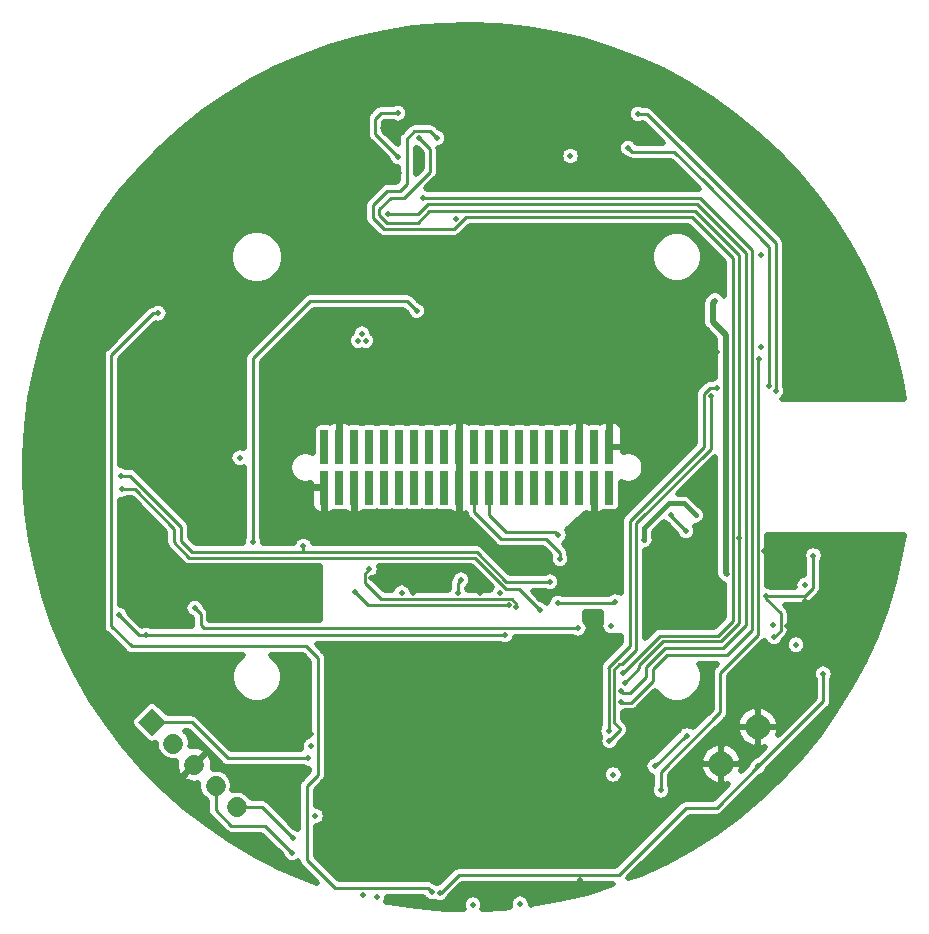
<source format=gbr>
G04 #@! TF.GenerationSoftware,KiCad,Pcbnew,(5.1.5)-3*
G04 #@! TF.CreationDate,2020-01-24T16:48:12-05:00*
G04 #@! TF.ProjectId,Flight_Computer,466c6967-6874-45f4-936f-6d7075746572,rev?*
G04 #@! TF.SameCoordinates,Original*
G04 #@! TF.FileFunction,Copper,L3,Inr*
G04 #@! TF.FilePolarity,Positive*
%FSLAX46Y46*%
G04 Gerber Fmt 4.6, Leading zero omitted, Abs format (unit mm)*
G04 Created by KiCad (PCBNEW (5.1.5)-3) date 2020-01-24 16:48:12*
%MOMM*%
%LPD*%
G04 APERTURE LIST*
%ADD10R,0.740000X2.920000*%
%ADD11C,2.100000*%
%ADD12C,1.700000*%
%ADD13C,0.100000*%
%ADD14C,0.508000*%
%ADD15C,0.254000*%
%ADD16C,0.508000*%
%ADD17C,0.381000*%
%ADD18C,0.152400*%
%ADD19C,0.482600*%
G04 APERTURE END LIST*
D10*
X164465000Y-125314200D03*
X164465000Y-128744200D03*
X163195000Y-125314200D03*
X163195000Y-128744200D03*
X161925000Y-125314200D03*
X161925000Y-128744200D03*
X160655000Y-125314200D03*
X160655000Y-128744200D03*
X159385000Y-125314200D03*
X159385000Y-128744200D03*
X158115000Y-125314200D03*
X158115000Y-128744200D03*
X156845000Y-125314200D03*
X156845000Y-128744200D03*
X155575000Y-125314200D03*
X155575000Y-128744200D03*
X154305000Y-125314200D03*
X154305000Y-128744200D03*
X153035000Y-125314200D03*
X153035000Y-128744200D03*
X151765000Y-125314200D03*
X151765000Y-128744200D03*
X150495000Y-125314200D03*
X150495000Y-128744200D03*
X149225000Y-125314200D03*
X149225000Y-128744200D03*
X147955000Y-125314200D03*
X147955000Y-128744200D03*
X146685000Y-125314200D03*
X146685000Y-128744200D03*
X145415000Y-125314200D03*
X145415000Y-128744200D03*
X144145000Y-125314200D03*
X144145000Y-128744200D03*
X142875000Y-125314200D03*
X142875000Y-128744200D03*
X141605000Y-125314200D03*
X141605000Y-128744200D03*
X140335000Y-125314200D03*
X140335000Y-128744200D03*
D11*
X177019949Y-149016679D03*
X173908679Y-152127949D03*
D12*
X132914205Y-155803405D02*
X132914205Y-155803405D01*
X131118154Y-154007354D02*
X131118154Y-154007354D01*
X129322102Y-152211302D02*
X129322102Y-152211302D01*
X127526051Y-150415251D02*
X127526051Y-150415251D01*
G04 #@! TA.AperFunction,ViaPad*
D13*
G36*
X125730000Y-149821282D02*
G01*
X124527918Y-148619200D01*
X125730000Y-147417118D01*
X126932082Y-148619200D01*
X125730000Y-149821282D01*
G37*
G04 #@! TD.AperFunction*
D14*
X164401500Y-158703000D03*
X151434800Y-105968800D03*
X153263600Y-103022400D03*
X146630400Y-102137200D03*
X166319200Y-117754400D03*
X161391600Y-121056400D03*
X168452800Y-124307600D03*
X160782000Y-94517200D03*
X159004000Y-100613200D03*
X156464000Y-100613200D03*
X151130000Y-98327200D03*
X148082000Y-94517200D03*
X145288000Y-96041200D03*
X145288000Y-98327200D03*
X150114000Y-93501200D03*
X154940000Y-93501200D03*
X144399000Y-114329200D03*
X149606000Y-114710200D03*
X141795500Y-118774200D03*
X141478000Y-115980200D03*
X141478000Y-122203200D03*
X171145200Y-137367000D03*
X167614600Y-139284700D03*
X165671500Y-152162500D03*
X166751000Y-149559000D03*
X168973500Y-147336500D03*
X172021500Y-146853900D03*
X167043100Y-157674300D03*
X167347900Y-153457900D03*
X168287700Y-150524200D03*
X174990512Y-146647912D03*
X175530262Y-146108162D03*
X177627336Y-146569364D03*
X179062436Y-148004464D03*
X178357586Y-147299614D03*
X171562965Y-152836935D03*
X172667864Y-153941836D03*
X161378900Y-136262100D03*
X161315400Y-132718800D03*
X159004000Y-134649200D03*
X143002000Y-133379200D03*
X144272000Y-136427200D03*
X151892000Y-133252200D03*
X153035000Y-136427200D03*
X140525500Y-157509200D03*
X137795000Y-157255200D03*
X147002500Y-163414700D03*
X151193500Y-163414700D03*
X155321000Y-163351200D03*
X139192000Y-149635200D03*
X135572500Y-150524200D03*
X148145500Y-101883200D03*
X143510000Y-96612700D03*
X118300500Y-118710700D03*
X126619000Y-118837700D03*
X118237000Y-134649200D03*
X126555500Y-134649200D03*
X132232400Y-129010400D03*
X132232400Y-124489200D03*
X124688600Y-136757400D03*
X184518300Y-134458700D03*
X185089800Y-136109700D03*
X185534300Y-139475200D03*
X184518300Y-141507200D03*
X129095500Y-104867700D03*
X129794000Y-106328200D03*
X130302000Y-109503200D03*
X130111500Y-112932200D03*
X163652200Y-139602200D03*
X147828000Y-137646400D03*
X153543000Y-137646400D03*
X172237400Y-119053600D03*
X178790600Y-136071600D03*
X179501800Y-140440400D03*
X152285700Y-110747800D03*
X156362400Y-119320300D03*
X160362900Y-114037100D03*
X181978300Y-118672600D03*
X187667900Y-118431300D03*
X182702200Y-109782600D03*
X173977300Y-98581200D03*
X162052000Y-92739200D03*
X146431000Y-91862900D03*
X132829300Y-97298500D03*
X138988800Y-99381300D03*
X121615200Y-107864900D03*
X117944900Y-115065800D03*
X121297700Y-143805900D03*
X128739900Y-145164800D03*
X138277600Y-144136100D03*
X138353800Y-138205200D03*
X139306300Y-110354100D03*
X145732500Y-143932900D03*
X152209500Y-143971000D03*
X159499300Y-143894800D03*
X145567400Y-149914600D03*
X152336500Y-149698700D03*
X159397700Y-149597100D03*
X145338800Y-157242500D03*
X152082500Y-157052000D03*
X159461200Y-156988500D03*
X148729700Y-153470600D03*
X148755100Y-146574500D03*
X156337000Y-146434800D03*
X156337000Y-153432500D03*
X158496000Y-138141700D03*
X119697500Y-138840200D03*
X140947000Y-133402200D03*
X177292000Y-116818400D03*
X177292000Y-109046000D03*
X147167600Y-136325600D03*
X163220400Y-136427200D03*
X169062400Y-137443200D03*
X170586400Y-135309600D03*
X184861200Y-132769600D03*
X189179200Y-132922000D03*
X185775600Y-143640800D03*
X187706000Y-137697200D03*
X172720000Y-144047200D03*
X177596800Y-143539200D03*
X176631600Y-155375600D03*
X180035200Y-151819600D03*
X166116000Y-161725600D03*
X170688000Y-159338000D03*
X164896800Y-160455600D03*
X161950400Y-161979600D03*
X153974800Y-164265600D03*
X149555200Y-164265600D03*
X156413200Y-135665200D03*
X120548400Y-131804400D03*
X123139200Y-134344400D03*
X149961600Y-100003600D03*
X154025600Y-101019600D03*
X144627600Y-100206800D03*
X149301200Y-103102400D03*
X179984400Y-120831600D03*
X188722000Y-120882400D03*
X155854400Y-115243600D03*
X132029200Y-119053600D03*
X136448800Y-123828800D03*
X135788400Y-105185200D03*
X170891200Y-102848400D03*
X166116000Y-107471200D03*
X152501600Y-98174800D03*
X180797200Y-134141200D03*
X177546000Y-134141200D03*
X181051200Y-138306800D03*
X147066000Y-96193600D03*
X149758400Y-97311200D03*
X166065200Y-129620000D03*
X165404800Y-137443200D03*
X161290000Y-163198800D03*
X139344400Y-161979600D03*
X143560800Y-163198800D03*
X134467600Y-159439600D03*
X129082800Y-112195600D03*
X146100800Y-119206000D03*
X168325800Y-146079200D03*
X166116000Y-148162000D03*
X164515800Y-153978600D03*
X164922200Y-156645600D03*
X173151800Y-126749800D03*
X171780200Y-128502400D03*
X173228000Y-129467600D03*
X139039600Y-118774200D03*
X138506200Y-119841000D03*
X149225000Y-119409200D03*
X123850400Y-130128000D03*
X125780800Y-127918200D03*
X129438400Y-132998200D03*
X117398800Y-125911600D03*
X123494800Y-125048000D03*
X119329200Y-124336800D03*
X132588000Y-143259800D03*
X135610600Y-139729200D03*
X167513000Y-135512800D03*
X169672000Y-120374400D03*
X173532800Y-117275600D03*
X162153600Y-96904800D03*
X162407600Y-99317800D03*
X153466800Y-95863400D03*
X128778000Y-149482800D03*
X136652000Y-152734000D03*
X132105400Y-135614400D03*
X136220200Y-135766800D03*
X135864600Y-132185400D03*
X167386000Y-110595400D03*
X172923200Y-110646200D03*
X126339600Y-139856200D03*
X160147000Y-132744200D03*
X160274000Y-134776200D03*
X169697400Y-131067800D03*
X170942000Y-132426700D03*
X143192500Y-116297700D03*
X143827500Y-116297700D03*
X143510000Y-115726200D03*
X156908500Y-163986200D03*
X152908000Y-164049700D03*
X144780000Y-163414700D03*
X139573000Y-156556700D03*
X139192000Y-150651200D03*
X161163000Y-100676700D03*
X133146800Y-126216400D03*
X164795200Y-153038800D03*
X164566600Y-140465800D03*
X146862800Y-137646400D03*
X155219400Y-137671800D03*
X181000400Y-137011400D03*
X180263800Y-142040600D03*
X178308000Y-140415000D03*
X174421800Y-136097000D03*
X173405800Y-112906800D03*
X177749200Y-137925800D03*
X181737000Y-134496800D03*
X178409600Y-141405600D03*
X168300400Y-152353000D03*
X171005500Y-149736800D03*
X138938000Y-151667200D03*
X178562000Y-120552200D03*
X173024800Y-120984000D03*
X164465000Y-150168600D03*
X166878000Y-97108000D03*
X149860000Y-99152700D03*
X165582600Y-144428200D03*
X148336000Y-99152700D03*
X165785800Y-145266400D03*
X175463200Y-132972800D03*
X177952400Y-120120400D03*
X173609000Y-120323600D03*
X164388800Y-149330400D03*
X166065200Y-100003600D03*
X149453600Y-162995600D03*
X126263400Y-113999000D03*
X167424100Y-133176000D03*
X171767500Y-131105900D03*
X160083500Y-138522700D03*
X164973000Y-138395700D03*
X161823400Y-140669000D03*
X129349500Y-138967200D03*
X123101100Y-127740400D03*
X159425500Y-136721700D03*
X138557000Y-133696700D03*
X158572200Y-139145000D03*
X123164600Y-128896100D03*
X155651200Y-141227800D03*
X122936000Y-139538700D03*
X125222000Y-141253200D03*
X137668000Y-158398200D03*
X137604500Y-159668200D03*
X151892000Y-136554200D03*
X151638000Y-137697200D03*
X144145000Y-135665200D03*
X156591000Y-138840200D03*
X155956000Y-138713200D03*
X142938500Y-137570200D03*
X165455600Y-145977600D03*
X145745200Y-105566200D03*
X165404800Y-146917400D03*
X148666200Y-104245400D03*
X182575200Y-144504400D03*
X150114000Y-163046400D03*
X177063400Y-152353000D03*
X148132800Y-113770400D03*
X134289800Y-133379200D03*
X168833800Y-154385000D03*
X177165000Y-117885200D03*
X146558000Y-100740200D03*
X146558000Y-97057200D03*
D15*
X154305000Y-127744200D02*
X154305000Y-131093200D01*
X154305000Y-131093200D02*
X155702000Y-132490200D01*
X155702000Y-132490200D02*
X159893000Y-132490200D01*
X159893000Y-132490200D02*
X160147000Y-132744200D01*
X153035000Y-127744200D02*
X153035000Y-130839200D01*
X153035000Y-130839200D02*
X155321000Y-133125200D01*
X155321000Y-133125200D02*
X159131000Y-133125200D01*
X159131000Y-133125200D02*
X160274000Y-134268200D01*
X160274000Y-134268200D02*
X160274000Y-134776200D01*
X169697400Y-131067800D02*
X169697400Y-131182100D01*
X169697400Y-131182100D02*
X170942000Y-132426700D01*
D16*
X173202600Y-113110000D02*
X173405800Y-112906800D01*
X173202600Y-114710200D02*
X173202600Y-113110000D01*
X174294800Y-115802400D02*
X173202600Y-114710200D01*
X174421800Y-136097000D02*
X174294800Y-135970000D01*
X174294800Y-135970000D02*
X174294800Y-115802400D01*
D15*
X177749200Y-137925800D02*
X181025800Y-137925800D01*
X181025800Y-137925800D02*
X181686200Y-137265400D01*
X181686200Y-137265400D02*
X181686200Y-134547600D01*
X181686200Y-134547600D02*
X181737000Y-134496800D01*
X178409600Y-141405600D02*
X178968400Y-140846800D01*
X178968400Y-140846800D02*
X178968400Y-139399000D01*
X177749200Y-138179800D02*
X177749200Y-137925800D01*
X178968400Y-139399000D02*
X177749200Y-138179800D01*
X168300400Y-152353000D02*
X170916600Y-149736800D01*
X170916600Y-149736800D02*
X171005500Y-149736800D01*
X129095500Y-148619200D02*
X132143500Y-151667200D01*
X125730000Y-148619200D02*
X129095500Y-148619200D01*
X132143500Y-151667200D02*
X138938000Y-151667200D01*
X173024800Y-120984000D02*
X173024800Y-123524000D01*
X173024800Y-123524000D02*
X173024800Y-125454400D01*
X173024800Y-125454400D02*
X166725600Y-131753600D01*
X166725600Y-131753600D02*
X166725600Y-142523200D01*
X166725600Y-142523200D02*
X165531800Y-143717000D01*
X165531800Y-143717000D02*
X165303200Y-143717000D01*
X165303200Y-143717000D02*
X164871400Y-144148800D01*
X164871400Y-144148800D02*
X164871400Y-148644600D01*
X164871400Y-148644600D02*
X165354000Y-149127200D01*
X165354000Y-149127200D02*
X165354000Y-149279600D01*
X165354000Y-149279600D02*
X164465000Y-150168600D01*
X166878000Y-97108000D02*
X167614600Y-97108000D01*
X178536600Y-120526800D02*
X178562000Y-120552200D01*
X178536600Y-108030000D02*
X178536600Y-120526800D01*
X167614600Y-97108000D02*
X178536600Y-108030000D01*
X165582600Y-144428200D02*
X168732200Y-141278600D01*
X168732200Y-141278600D02*
X173659800Y-141278600D01*
X173659800Y-141278600D02*
X174929800Y-140008600D01*
X174929800Y-140008600D02*
X174929800Y-109325400D01*
X174929800Y-109325400D02*
X171424600Y-105820200D01*
X171424600Y-105820200D02*
X152349200Y-105820200D01*
X152349200Y-105820200D02*
X151333200Y-106836200D01*
X151333200Y-106836200D02*
X145338800Y-106836200D01*
X145338800Y-106836200D02*
X144449800Y-105947200D01*
X144449800Y-105947200D02*
X144449800Y-104829600D01*
X144449800Y-104829600D02*
X145643600Y-103635800D01*
X145643600Y-103635800D02*
X146710400Y-103635800D01*
X146710400Y-103635800D02*
X147294600Y-103051600D01*
X147294600Y-103051600D02*
X147294600Y-99241600D01*
X147294600Y-99241600D02*
X147955000Y-98581200D01*
X149288500Y-98581200D02*
X149860000Y-99152700D01*
X147955000Y-98581200D02*
X149288500Y-98581200D01*
X165785800Y-145266400D02*
X167005000Y-144047200D01*
X167005000Y-144047200D02*
X167005000Y-143793200D01*
X167005000Y-143793200D02*
X169037000Y-141761200D01*
X169037000Y-141761200D02*
X173939200Y-141761200D01*
X173939200Y-141761200D02*
X175463200Y-140237200D01*
X175463200Y-140237200D02*
X175463200Y-132972800D01*
X175463200Y-109046000D02*
X171729400Y-105312200D01*
X171729400Y-105312200D02*
X149225000Y-105312200D01*
X149225000Y-105312200D02*
X148234400Y-106302800D01*
X148234400Y-106302800D02*
X145592800Y-106302800D01*
X145592800Y-106302800D02*
X144957800Y-105667800D01*
X144957800Y-105667800D02*
X144957800Y-105185200D01*
X144957800Y-105185200D02*
X145948400Y-104194600D01*
X145948400Y-104194600D02*
X147091400Y-104194600D01*
X147091400Y-104194600D02*
X149301200Y-101984800D01*
X149301200Y-100117900D02*
X148336000Y-99152700D01*
X149301200Y-101984800D02*
X149301200Y-100117900D01*
X175463200Y-132972800D02*
X175463200Y-109046000D01*
X172516800Y-102873800D02*
X177977800Y-108334800D01*
X177977800Y-108334800D02*
X177977800Y-120095000D01*
X177977800Y-120095000D02*
X177952400Y-120120400D01*
X173609000Y-120323600D02*
X172948600Y-120323600D01*
X172948600Y-120323600D02*
X172466000Y-120806200D01*
X172466000Y-120806200D02*
X172466000Y-125302000D01*
X172466000Y-125302000D02*
X166217600Y-131550400D01*
X166217600Y-131550400D02*
X166217600Y-142167600D01*
X166217600Y-142167600D02*
X164363400Y-144021800D01*
X164388800Y-144047200D02*
X164363400Y-144021800D01*
X164388800Y-149330400D02*
X164388800Y-144047200D01*
X172516800Y-102873800D02*
X169951400Y-100308400D01*
X169951400Y-100308400D02*
X166370000Y-100308400D01*
X166370000Y-100308400D02*
X166065200Y-100003600D01*
X149453600Y-162995600D02*
X149123400Y-162665400D01*
X149123400Y-162665400D02*
X141224000Y-162665400D01*
X141224000Y-162665400D02*
X138836400Y-160277800D01*
X138836400Y-160277800D02*
X138836400Y-154029400D01*
X138836400Y-154029400D02*
X139801600Y-153064200D01*
X139801600Y-153064200D02*
X139801600Y-148416000D01*
X139801600Y-148416000D02*
X139801600Y-143310600D01*
X139801600Y-143310600D02*
X139801600Y-143183600D01*
X139801600Y-143183600D02*
X138811000Y-142193000D01*
X138811000Y-142193000D02*
X124002800Y-142193000D01*
X124002800Y-142193000D02*
X122301000Y-140491200D01*
X122301000Y-140491200D02*
X122301000Y-117555000D01*
X122301000Y-117555000D02*
X125857000Y-113999000D01*
X125857000Y-113999000D02*
X126263400Y-113999000D01*
D17*
X167424100Y-133176000D02*
X167424100Y-132185400D01*
X167424100Y-132185400D02*
X168503600Y-131105900D01*
X168503600Y-131105900D02*
X168516300Y-131105900D01*
X168516300Y-131105900D02*
X169545000Y-130077200D01*
X170738800Y-130077200D02*
X171767500Y-131105900D01*
X169545000Y-130077200D02*
X170738800Y-130077200D01*
D15*
X160083500Y-138522700D02*
X164846000Y-138522700D01*
X164846000Y-138522700D02*
X164973000Y-138395700D01*
X129844800Y-140364200D02*
X130149600Y-140669000D01*
X130149600Y-140669000D02*
X161823400Y-140669000D01*
X129844800Y-140364200D02*
X129844800Y-139462500D01*
X129844800Y-139462500D02*
X129349500Y-138967200D01*
X128181100Y-133226800D02*
X129159000Y-134204700D01*
X128181100Y-133226800D02*
X128181100Y-132045700D01*
X128181100Y-132045700D02*
X123875800Y-127740400D01*
X123875800Y-127740400D02*
X123101100Y-127740400D01*
X155742500Y-136721700D02*
X153225500Y-134204700D01*
X159425500Y-136721700D02*
X155742500Y-136721700D01*
X138557000Y-133696700D02*
X138493500Y-133760200D01*
X129159000Y-134204700D02*
X138493500Y-134204700D01*
X138493500Y-133760200D02*
X138493500Y-134204700D01*
X138493500Y-134204700D02*
X153225500Y-134204700D01*
X158572200Y-139145000D02*
X156768800Y-137341600D01*
X156768800Y-137341600D02*
X155714700Y-137341600D01*
X155714700Y-137341600D02*
X153047700Y-134674600D01*
X153047700Y-134674600D02*
X128905000Y-134674600D01*
X128905000Y-134674600D02*
X127622300Y-133391900D01*
X127622300Y-133391900D02*
X127622300Y-132210800D01*
X127622300Y-132210800D02*
X124307600Y-128896100D01*
X124307600Y-128896100D02*
X123164600Y-128896100D01*
X155498800Y-141253200D02*
X155524200Y-141227800D01*
X155524200Y-141227800D02*
X155651200Y-141227800D01*
X122936000Y-139538700D02*
X124650500Y-141253200D01*
X124650500Y-141253200D02*
X125222000Y-141253200D01*
X125222000Y-141253200D02*
X155498800Y-141253200D01*
X137642600Y-158398200D02*
X135051800Y-155807400D01*
X137668000Y-158398200D02*
X137642600Y-158398200D01*
D18*
X135073205Y-155803405D02*
X135051800Y-155807400D01*
D15*
X135073205Y-155803405D02*
X132914205Y-155803405D01*
X137591800Y-159668200D02*
X135305800Y-157382200D01*
X137604500Y-159668200D02*
X137591800Y-159668200D01*
D18*
X135318500Y-157382200D02*
X135305800Y-157382200D01*
D15*
X135318500Y-157382200D02*
X132461000Y-157382200D01*
X131118154Y-156039354D02*
X131118154Y-154007354D01*
X132461000Y-157382200D02*
X131118154Y-156039354D01*
X151892000Y-136554200D02*
X151638000Y-136808200D01*
X151638000Y-136808200D02*
X151638000Y-137697200D01*
X144145000Y-135665200D02*
X143764000Y-136046200D01*
X143764000Y-136046200D02*
X143764000Y-136808200D01*
X143764000Y-136808200D02*
X145161000Y-138205200D01*
X145161000Y-138205200D02*
X156210000Y-138205200D01*
X156210000Y-138205200D02*
X156591000Y-138586200D01*
X156591000Y-138586200D02*
X156591000Y-138840200D01*
X144970500Y-138649700D02*
X155892500Y-138649700D01*
X155892500Y-138649700D02*
X155956000Y-138713200D01*
X144970500Y-138649700D02*
X144018000Y-138649700D01*
X144018000Y-138649700D02*
X142938500Y-137570200D01*
X165455600Y-145977600D02*
X165608000Y-146130000D01*
X165608000Y-146130000D02*
X166192200Y-146130000D01*
X166192200Y-146130000D02*
X167563800Y-144758400D01*
X167563800Y-144758400D02*
X167563800Y-143971000D01*
X167563800Y-143971000D02*
X169189400Y-142345400D01*
X169189400Y-142345400D02*
X174066200Y-142345400D01*
X174066200Y-142345400D02*
X176047400Y-140364200D01*
X176047400Y-140364200D02*
X176047400Y-108893600D01*
X176047400Y-108893600D02*
X171907200Y-104753400D01*
X171907200Y-104753400D02*
X149098000Y-104753400D01*
X149098000Y-104753400D02*
X148285200Y-105566200D01*
X148285200Y-105566200D02*
X145745200Y-105566200D01*
X165404800Y-146917400D02*
X165430200Y-146942800D01*
X165430200Y-146942800D02*
X166319200Y-146942800D01*
X166319200Y-146942800D02*
X168148000Y-145114000D01*
X168148000Y-145114000D02*
X168148000Y-144098000D01*
X168148000Y-144098000D02*
X169341800Y-142904200D01*
X169341800Y-142904200D02*
X174421800Y-142904200D01*
X174421800Y-142904200D02*
X176555400Y-140770600D01*
X176555400Y-140770600D02*
X176555400Y-108639600D01*
X176555400Y-108639600D02*
X172135800Y-104220000D01*
X172135800Y-104220000D02*
X148691600Y-104220000D01*
X148691600Y-104220000D02*
X148666200Y-104245400D01*
X150215600Y-163046400D02*
X151688800Y-161573200D01*
X150114000Y-163046400D02*
X150215600Y-163046400D01*
X170942000Y-155883600D02*
X173532800Y-155883600D01*
X182575200Y-146841200D02*
X182575200Y-144504400D01*
X173532800Y-155883600D02*
X177063400Y-152353000D01*
X151688800Y-161573200D02*
X165252400Y-161573200D01*
X165252400Y-161573200D02*
X170942000Y-155883600D01*
X177063400Y-152353000D02*
X182575200Y-146841200D01*
X148132800Y-113770400D02*
X147320000Y-112957600D01*
X147320000Y-112957600D02*
X139141200Y-112957600D01*
X139141200Y-112957600D02*
X134289800Y-117809000D01*
X134289800Y-117809000D02*
X134289800Y-133379200D01*
X168833800Y-154385000D02*
X168833800Y-152810200D01*
X168833800Y-152810200D02*
X173863000Y-147781000D01*
X173863000Y-147781000D02*
X173863000Y-144402800D01*
X173863000Y-144402800D02*
X177063400Y-141202400D01*
X177063400Y-141202400D02*
X177063400Y-117986800D01*
X177063400Y-117986800D02*
X177165000Y-117885200D01*
X146558000Y-100740200D02*
X144653000Y-98835200D01*
X144653000Y-98835200D02*
X144653000Y-97501700D01*
X144653000Y-97501700D02*
X145097500Y-97057200D01*
X145097500Y-97057200D02*
X146558000Y-97057200D01*
D19*
G36*
X162552278Y-163034242D02*
G01*
X160205752Y-163614282D01*
X157826677Y-164041686D01*
X157784800Y-164046446D01*
X157784800Y-163899892D01*
X157751124Y-163730593D01*
X157685067Y-163571116D01*
X157589167Y-163427591D01*
X157467109Y-163305533D01*
X157323584Y-163209633D01*
X157164107Y-163143576D01*
X156994808Y-163109900D01*
X156822192Y-163109900D01*
X156652893Y-163143576D01*
X156493416Y-163209633D01*
X156349891Y-163305533D01*
X156227833Y-163427591D01*
X156131933Y-163571116D01*
X156065876Y-163730593D01*
X156032200Y-163899892D01*
X156032200Y-164072508D01*
X156065876Y-164241807D01*
X156065884Y-164241825D01*
X155424983Y-164314673D01*
X153712238Y-164397980D01*
X153750624Y-164305307D01*
X153784300Y-164136008D01*
X153784300Y-163963392D01*
X153750624Y-163794093D01*
X153684567Y-163634616D01*
X153588667Y-163491091D01*
X153466609Y-163369033D01*
X153323084Y-163273133D01*
X153163607Y-163207076D01*
X152994308Y-163173400D01*
X152821692Y-163173400D01*
X152652393Y-163207076D01*
X152492916Y-163273133D01*
X152349391Y-163369033D01*
X152227333Y-163491091D01*
X152131433Y-163634616D01*
X152065376Y-163794093D01*
X152031700Y-163963392D01*
X152031700Y-164136008D01*
X152065376Y-164305307D01*
X152111949Y-164417746D01*
X150593828Y-164393490D01*
X148184499Y-164198991D01*
X145792749Y-163849418D01*
X145568228Y-163801631D01*
X145622624Y-163670307D01*
X145656300Y-163501008D01*
X145656300Y-163414700D01*
X148679716Y-163414700D01*
X148772933Y-163554209D01*
X148894991Y-163676267D01*
X149038516Y-163772167D01*
X149197993Y-163838224D01*
X149367292Y-163871900D01*
X149539908Y-163871900D01*
X149709207Y-163838224D01*
X149722478Y-163832727D01*
X149858393Y-163889024D01*
X150027692Y-163922700D01*
X150200308Y-163922700D01*
X150369607Y-163889024D01*
X150529084Y-163822967D01*
X150672609Y-163727067D01*
X150794667Y-163605009D01*
X150890567Y-163461484D01*
X150912050Y-163409619D01*
X151999170Y-162322500D01*
X164798060Y-162322500D01*
X162552278Y-163034242D01*
G37*
X162552278Y-163034242D02*
X160205752Y-163614282D01*
X157826677Y-164041686D01*
X157784800Y-164046446D01*
X157784800Y-163899892D01*
X157751124Y-163730593D01*
X157685067Y-163571116D01*
X157589167Y-163427591D01*
X157467109Y-163305533D01*
X157323584Y-163209633D01*
X157164107Y-163143576D01*
X156994808Y-163109900D01*
X156822192Y-163109900D01*
X156652893Y-163143576D01*
X156493416Y-163209633D01*
X156349891Y-163305533D01*
X156227833Y-163427591D01*
X156131933Y-163571116D01*
X156065876Y-163730593D01*
X156032200Y-163899892D01*
X156032200Y-164072508D01*
X156065876Y-164241807D01*
X156065884Y-164241825D01*
X155424983Y-164314673D01*
X153712238Y-164397980D01*
X153750624Y-164305307D01*
X153784300Y-164136008D01*
X153784300Y-163963392D01*
X153750624Y-163794093D01*
X153684567Y-163634616D01*
X153588667Y-163491091D01*
X153466609Y-163369033D01*
X153323084Y-163273133D01*
X153163607Y-163207076D01*
X152994308Y-163173400D01*
X152821692Y-163173400D01*
X152652393Y-163207076D01*
X152492916Y-163273133D01*
X152349391Y-163369033D01*
X152227333Y-163491091D01*
X152131433Y-163634616D01*
X152065376Y-163794093D01*
X152031700Y-163963392D01*
X152031700Y-164136008D01*
X152065376Y-164305307D01*
X152111949Y-164417746D01*
X150593828Y-164393490D01*
X148184499Y-164198991D01*
X145792749Y-163849418D01*
X145568228Y-163801631D01*
X145622624Y-163670307D01*
X145656300Y-163501008D01*
X145656300Y-163414700D01*
X148679716Y-163414700D01*
X148772933Y-163554209D01*
X148894991Y-163676267D01*
X149038516Y-163772167D01*
X149197993Y-163838224D01*
X149367292Y-163871900D01*
X149539908Y-163871900D01*
X149709207Y-163838224D01*
X149722478Y-163832727D01*
X149858393Y-163889024D01*
X150027692Y-163922700D01*
X150200308Y-163922700D01*
X150369607Y-163889024D01*
X150529084Y-163822967D01*
X150672609Y-163727067D01*
X150794667Y-163605009D01*
X150890567Y-163461484D01*
X150912050Y-163409619D01*
X151999170Y-162322500D01*
X164798060Y-162322500D01*
X162552278Y-163034242D01*
G36*
X189102964Y-134377519D02*
G01*
X188550373Y-136730668D01*
X187847078Y-139043257D01*
X186996017Y-141305627D01*
X186000732Y-143508367D01*
X184865365Y-145642302D01*
X183594670Y-147698501D01*
X182193919Y-149668431D01*
X180668979Y-151543841D01*
X179026180Y-153316951D01*
X177272395Y-154980339D01*
X175414909Y-156527094D01*
X173461478Y-157950759D01*
X171420272Y-159245382D01*
X169299744Y-160405599D01*
X167108787Y-161426544D01*
X166043853Y-161841416D01*
X171252370Y-156632900D01*
X173496005Y-156632900D01*
X173532800Y-156636524D01*
X173569595Y-156632900D01*
X173569606Y-156632900D01*
X173679688Y-156622058D01*
X173820932Y-156579212D01*
X173951103Y-156509634D01*
X174065198Y-156415998D01*
X174088663Y-156387406D01*
X177270871Y-153205199D01*
X177319007Y-153195624D01*
X177478484Y-153129567D01*
X177622009Y-153033667D01*
X177744067Y-152911609D01*
X177839967Y-152768084D01*
X177906024Y-152608607D01*
X177915599Y-152560470D01*
X183079013Y-147397057D01*
X183107598Y-147373598D01*
X183201234Y-147259503D01*
X183270812Y-147129332D01*
X183313658Y-146988088D01*
X183324500Y-146878006D01*
X183324500Y-146877997D01*
X183328124Y-146841201D01*
X183324500Y-146804405D01*
X183324500Y-144960292D01*
X183351767Y-144919484D01*
X183417824Y-144760007D01*
X183451500Y-144590708D01*
X183451500Y-144418092D01*
X183417824Y-144248793D01*
X183351767Y-144089316D01*
X183255867Y-143945791D01*
X183133809Y-143823733D01*
X182990284Y-143727833D01*
X182830807Y-143661776D01*
X182661508Y-143628100D01*
X182488892Y-143628100D01*
X182319593Y-143661776D01*
X182160116Y-143727833D01*
X182016591Y-143823733D01*
X181894533Y-143945791D01*
X181798633Y-144089316D01*
X181732576Y-144248793D01*
X181698900Y-144418092D01*
X181698900Y-144590708D01*
X181732576Y-144760007D01*
X181798633Y-144919484D01*
X181825901Y-144960293D01*
X181825900Y-146530830D01*
X178704316Y-149652415D01*
X178780920Y-149426390D01*
X178803664Y-149312050D01*
X178640580Y-149029379D01*
X177032649Y-149029379D01*
X177032649Y-150637310D01*
X177315320Y-150800394D01*
X177644787Y-150711944D01*
X176855930Y-151500801D01*
X176807793Y-151510376D01*
X176648316Y-151576433D01*
X176504791Y-151672333D01*
X176382733Y-151794391D01*
X176286833Y-151937916D01*
X176220776Y-152097393D01*
X176211201Y-152145529D01*
X175593046Y-152763684D01*
X175669650Y-152537660D01*
X175692394Y-152423320D01*
X175529310Y-152140649D01*
X173921379Y-152140649D01*
X173921379Y-153748580D01*
X174204050Y-153911664D01*
X174533517Y-153823214D01*
X173222431Y-155134300D01*
X170978795Y-155134300D01*
X170941999Y-155130676D01*
X170905203Y-155134300D01*
X170905194Y-155134300D01*
X170795112Y-155145142D01*
X170653868Y-155187988D01*
X170523697Y-155257566D01*
X170508646Y-155269918D01*
X170444884Y-155322247D01*
X170409602Y-155351202D01*
X170386141Y-155379789D01*
X164942031Y-160823900D01*
X151725595Y-160823900D01*
X151688799Y-160820276D01*
X151652003Y-160823900D01*
X151651994Y-160823900D01*
X151541912Y-160834742D01*
X151400668Y-160877588D01*
X151270497Y-160947166D01*
X151250533Y-160963550D01*
X151186309Y-161016258D01*
X151156402Y-161040802D01*
X151132941Y-161069389D01*
X150032231Y-162170100D01*
X150027692Y-162170100D01*
X149858393Y-162203776D01*
X149845122Y-162209273D01*
X149709207Y-162152976D01*
X149664969Y-162144176D01*
X149655798Y-162133002D01*
X149541703Y-162039366D01*
X149411532Y-161969788D01*
X149270288Y-161926942D01*
X149160206Y-161916100D01*
X149160195Y-161916100D01*
X149123400Y-161912476D01*
X149086605Y-161916100D01*
X141534370Y-161916100D01*
X139585700Y-159967431D01*
X139585700Y-157433000D01*
X139659308Y-157433000D01*
X139828607Y-157399324D01*
X139988084Y-157333267D01*
X140131609Y-157237367D01*
X140253667Y-157115309D01*
X140349567Y-156971784D01*
X140415624Y-156812307D01*
X140449300Y-156643008D01*
X140449300Y-156470392D01*
X140415624Y-156301093D01*
X140349567Y-156141616D01*
X140253667Y-155998091D01*
X140131609Y-155876033D01*
X139988084Y-155780133D01*
X139828607Y-155714076D01*
X139659308Y-155680400D01*
X139585700Y-155680400D01*
X139585700Y-154339769D01*
X140305412Y-153620058D01*
X140333998Y-153596598D01*
X140361470Y-153563124D01*
X140427634Y-153482504D01*
X140497212Y-153352332D01*
X140497212Y-153352331D01*
X140540058Y-153211088D01*
X140550900Y-153101006D01*
X140550900Y-153100996D01*
X140554524Y-153064200D01*
X140550900Y-153027404D01*
X140550900Y-152952492D01*
X163918900Y-152952492D01*
X163918900Y-153125108D01*
X163952576Y-153294407D01*
X164018633Y-153453884D01*
X164114533Y-153597409D01*
X164236591Y-153719467D01*
X164380116Y-153815367D01*
X164539593Y-153881424D01*
X164708892Y-153915100D01*
X164881508Y-153915100D01*
X165050807Y-153881424D01*
X165210284Y-153815367D01*
X165353809Y-153719467D01*
X165475867Y-153597409D01*
X165571767Y-153453884D01*
X165637824Y-153294407D01*
X165671500Y-153125108D01*
X165671500Y-152952492D01*
X165637824Y-152783193D01*
X165571767Y-152623716D01*
X165475867Y-152480191D01*
X165353809Y-152358133D01*
X165210284Y-152262233D01*
X165050807Y-152196176D01*
X164881508Y-152162500D01*
X164708892Y-152162500D01*
X164539593Y-152196176D01*
X164380116Y-152262233D01*
X164236591Y-152358133D01*
X164114533Y-152480191D01*
X164018633Y-152623716D01*
X163952576Y-152783193D01*
X163918900Y-152952492D01*
X140550900Y-152952492D01*
X140550900Y-143220396D01*
X140554524Y-143183600D01*
X140550900Y-143146804D01*
X140550900Y-143146795D01*
X140540058Y-143036713D01*
X140508129Y-142931458D01*
X140497212Y-142895468D01*
X140427634Y-142765296D01*
X140357460Y-142679790D01*
X140357458Y-142679788D01*
X140333998Y-142651202D01*
X140305411Y-142627741D01*
X139680169Y-142002500D01*
X155233322Y-142002500D01*
X155236116Y-142004367D01*
X155395593Y-142070424D01*
X155564892Y-142104100D01*
X155737508Y-142104100D01*
X155906807Y-142070424D01*
X156066284Y-142004367D01*
X156209809Y-141908467D01*
X156331867Y-141786409D01*
X156427767Y-141642884D01*
X156493824Y-141483407D01*
X156506775Y-141418300D01*
X161367508Y-141418300D01*
X161408316Y-141445567D01*
X161567793Y-141511624D01*
X161737092Y-141545300D01*
X161909708Y-141545300D01*
X162079007Y-141511624D01*
X162238484Y-141445567D01*
X162382009Y-141349667D01*
X162504067Y-141227609D01*
X162599967Y-141084084D01*
X162666024Y-140924607D01*
X162699700Y-140755308D01*
X162699700Y-140582692D01*
X162666024Y-140413393D01*
X162599967Y-140253916D01*
X162504067Y-140110391D01*
X162420300Y-140026624D01*
X162420300Y-139272000D01*
X163741100Y-139272000D01*
X163741100Y-140168852D01*
X163723976Y-140210193D01*
X163690300Y-140379492D01*
X163690300Y-140552108D01*
X163723976Y-140721407D01*
X163790033Y-140880884D01*
X163885933Y-141024409D01*
X164007991Y-141146467D01*
X164151516Y-141242367D01*
X164310993Y-141308424D01*
X164417312Y-141329572D01*
X164443325Y-141337463D01*
X164470376Y-141340128D01*
X164480292Y-141342100D01*
X165468301Y-141342100D01*
X165468301Y-141857228D01*
X163859594Y-143465937D01*
X163831002Y-143489402D01*
X163745003Y-143594191D01*
X163737366Y-143603497D01*
X163667788Y-143733669D01*
X163624943Y-143874913D01*
X163610476Y-144021800D01*
X163624943Y-144168687D01*
X163639501Y-144216679D01*
X163639500Y-148874508D01*
X163612233Y-148915316D01*
X163546176Y-149074793D01*
X163512500Y-149244092D01*
X163512500Y-149416708D01*
X163546176Y-149586007D01*
X163612233Y-149745484D01*
X163661326Y-149818958D01*
X163622376Y-149912993D01*
X163588700Y-150082292D01*
X163588700Y-150254908D01*
X163622376Y-150424207D01*
X163688433Y-150583684D01*
X163784333Y-150727209D01*
X163906391Y-150849267D01*
X164049916Y-150945167D01*
X164209393Y-151011224D01*
X164378692Y-151044900D01*
X164551308Y-151044900D01*
X164720607Y-151011224D01*
X164880084Y-150945167D01*
X165023609Y-150849267D01*
X165145667Y-150727209D01*
X165241567Y-150583684D01*
X165307624Y-150424207D01*
X165317199Y-150376070D01*
X165857811Y-149835459D01*
X165886398Y-149811998D01*
X165916844Y-149774900D01*
X165980034Y-149697904D01*
X166049612Y-149567732D01*
X166071488Y-149495616D01*
X166092458Y-149426487D01*
X166103300Y-149316405D01*
X166103300Y-149316396D01*
X166106924Y-149279600D01*
X166103300Y-149242804D01*
X166103300Y-149163995D01*
X166106924Y-149127199D01*
X166103300Y-149090403D01*
X166103300Y-149090394D01*
X166092458Y-148980312D01*
X166049612Y-148839068D01*
X165980034Y-148708897D01*
X165886398Y-148594802D01*
X165857807Y-148571338D01*
X165620700Y-148334231D01*
X165620700Y-147767922D01*
X165660407Y-147760024D01*
X165819884Y-147693967D01*
X165822678Y-147692100D01*
X166282405Y-147692100D01*
X166319200Y-147695724D01*
X166355995Y-147692100D01*
X166356006Y-147692100D01*
X166466088Y-147681258D01*
X166607332Y-147638412D01*
X166737503Y-147568834D01*
X166851598Y-147475198D01*
X166875063Y-147446606D01*
X168352089Y-145969582D01*
X168486102Y-146170146D01*
X168789854Y-146473898D01*
X169147028Y-146712554D01*
X169543899Y-146876943D01*
X169965215Y-146960748D01*
X170394785Y-146960748D01*
X170816101Y-146876943D01*
X171212972Y-146712554D01*
X171570146Y-146473898D01*
X171873898Y-146170146D01*
X172112554Y-145812972D01*
X172276943Y-145416101D01*
X172360748Y-144994785D01*
X172360748Y-144565215D01*
X172276943Y-144143899D01*
X172112554Y-143747028D01*
X172050061Y-143653500D01*
X173552631Y-143653500D01*
X173359189Y-143846942D01*
X173330603Y-143870402D01*
X173307143Y-143898988D01*
X173307140Y-143898991D01*
X173236966Y-143984497D01*
X173167388Y-144114669D01*
X173140733Y-144202540D01*
X173124543Y-144255912D01*
X173119223Y-144309931D01*
X173110076Y-144402800D01*
X173113701Y-144439605D01*
X173113700Y-147470630D01*
X171542582Y-149041749D01*
X171420584Y-148960233D01*
X171261107Y-148894176D01*
X171091808Y-148860500D01*
X170919192Y-148860500D01*
X170749893Y-148894176D01*
X170590416Y-148960233D01*
X170446891Y-149056133D01*
X170324833Y-149178191D01*
X170228933Y-149321716D01*
X170198471Y-149395258D01*
X168092930Y-151500801D01*
X168044793Y-151510376D01*
X167885316Y-151576433D01*
X167741791Y-151672333D01*
X167619733Y-151794391D01*
X167523833Y-151937916D01*
X167457776Y-152097393D01*
X167424100Y-152266692D01*
X167424100Y-152439308D01*
X167457776Y-152608607D01*
X167523833Y-152768084D01*
X167619733Y-152911609D01*
X167741791Y-153033667D01*
X167885316Y-153129567D01*
X168044793Y-153195624D01*
X168084501Y-153203522D01*
X168084500Y-153929107D01*
X168057233Y-153969916D01*
X167991176Y-154129393D01*
X167957500Y-154298692D01*
X167957500Y-154471308D01*
X167991176Y-154640607D01*
X168057233Y-154800084D01*
X168153133Y-154943609D01*
X168275191Y-155065667D01*
X168418716Y-155161567D01*
X168578193Y-155227624D01*
X168747492Y-155261300D01*
X168920108Y-155261300D01*
X169089407Y-155227624D01*
X169248884Y-155161567D01*
X169392409Y-155065667D01*
X169514467Y-154943609D01*
X169610367Y-154800084D01*
X169676424Y-154640607D01*
X169710100Y-154471308D01*
X169710100Y-154298692D01*
X169676424Y-154129393D01*
X169610367Y-153969916D01*
X169583100Y-153929108D01*
X169583100Y-153120569D01*
X170280349Y-152423320D01*
X172124964Y-152423320D01*
X172216862Y-152765630D01*
X172373775Y-153083434D01*
X172589674Y-153364520D01*
X172856261Y-153598085D01*
X173163292Y-153775153D01*
X173498968Y-153888920D01*
X173613308Y-153911664D01*
X173895979Y-153748580D01*
X173895979Y-152140649D01*
X172288048Y-152140649D01*
X172124964Y-152423320D01*
X170280349Y-152423320D01*
X170871091Y-151832578D01*
X172124964Y-151832578D01*
X172288048Y-152115249D01*
X173895979Y-152115249D01*
X173895979Y-150507318D01*
X173921379Y-150507318D01*
X173921379Y-152115249D01*
X175529310Y-152115249D01*
X175692394Y-151832578D01*
X175600496Y-151490268D01*
X175443583Y-151172464D01*
X175227684Y-150891378D01*
X174961097Y-150657813D01*
X174654066Y-150480745D01*
X174318390Y-150366978D01*
X174204050Y-150344234D01*
X173921379Y-150507318D01*
X173895979Y-150507318D01*
X173613308Y-150344234D01*
X173270998Y-150436132D01*
X172953194Y-150593045D01*
X172672108Y-150808944D01*
X172438543Y-151075531D01*
X172261475Y-151382562D01*
X172147708Y-151718238D01*
X172124964Y-151832578D01*
X170871091Y-151832578D01*
X173391619Y-149312050D01*
X175236234Y-149312050D01*
X175328132Y-149654360D01*
X175485045Y-149972164D01*
X175700944Y-150253250D01*
X175967531Y-150486815D01*
X176274562Y-150663883D01*
X176610238Y-150777650D01*
X176724578Y-150800394D01*
X177007249Y-150637310D01*
X177007249Y-149029379D01*
X175399318Y-149029379D01*
X175236234Y-149312050D01*
X173391619Y-149312050D01*
X173982361Y-148721308D01*
X175236234Y-148721308D01*
X175399318Y-149003979D01*
X177007249Y-149003979D01*
X177007249Y-147396048D01*
X177032649Y-147396048D01*
X177032649Y-149003979D01*
X178640580Y-149003979D01*
X178803664Y-148721308D01*
X178711766Y-148378998D01*
X178554853Y-148061194D01*
X178338954Y-147780108D01*
X178072367Y-147546543D01*
X177765336Y-147369475D01*
X177429660Y-147255708D01*
X177315320Y-147232964D01*
X177032649Y-147396048D01*
X177007249Y-147396048D01*
X176724578Y-147232964D01*
X176382268Y-147324862D01*
X176064464Y-147481775D01*
X175783378Y-147697674D01*
X175549813Y-147964261D01*
X175372745Y-148271292D01*
X175258978Y-148606968D01*
X175236234Y-148721308D01*
X173982361Y-148721308D01*
X174366813Y-148336857D01*
X174395398Y-148313398D01*
X174418860Y-148284810D01*
X174489034Y-148199304D01*
X174558612Y-148069132D01*
X174567851Y-148038675D01*
X174601458Y-147927888D01*
X174612300Y-147817806D01*
X174612300Y-147817796D01*
X174615924Y-147781000D01*
X174612300Y-147744204D01*
X174612300Y-144713169D01*
X177567213Y-141758257D01*
X177595798Y-141734798D01*
X177596901Y-141733454D01*
X177633033Y-141820684D01*
X177728933Y-141964209D01*
X177850991Y-142086267D01*
X177994516Y-142182167D01*
X178153993Y-142248224D01*
X178323292Y-142281900D01*
X178495908Y-142281900D01*
X178665207Y-142248224D01*
X178824684Y-142182167D01*
X178968209Y-142086267D01*
X179090267Y-141964209D01*
X179096893Y-141954292D01*
X179387500Y-141954292D01*
X179387500Y-142126908D01*
X179421176Y-142296207D01*
X179487233Y-142455684D01*
X179583133Y-142599209D01*
X179705191Y-142721267D01*
X179848716Y-142817167D01*
X180008193Y-142883224D01*
X180177492Y-142916900D01*
X180350108Y-142916900D01*
X180519407Y-142883224D01*
X180678884Y-142817167D01*
X180822409Y-142721267D01*
X180944467Y-142599209D01*
X181040367Y-142455684D01*
X181106424Y-142296207D01*
X181140100Y-142126908D01*
X181140100Y-141954292D01*
X181106424Y-141784993D01*
X181040367Y-141625516D01*
X180944467Y-141481991D01*
X180822409Y-141359933D01*
X180678884Y-141264033D01*
X180519407Y-141197976D01*
X180350108Y-141164300D01*
X180177492Y-141164300D01*
X180008193Y-141197976D01*
X179848716Y-141264033D01*
X179705191Y-141359933D01*
X179583133Y-141481991D01*
X179487233Y-141625516D01*
X179421176Y-141784993D01*
X179387500Y-141954292D01*
X179096893Y-141954292D01*
X179186167Y-141820684D01*
X179252224Y-141661207D01*
X179261799Y-141613071D01*
X179472217Y-141402654D01*
X179500798Y-141379198D01*
X179524254Y-141350617D01*
X179524261Y-141350610D01*
X179594434Y-141265103D01*
X179664012Y-141134932D01*
X179706858Y-140993688D01*
X179708634Y-140975658D01*
X179717700Y-140883606D01*
X179717700Y-140883598D01*
X179721324Y-140846800D01*
X179717700Y-140810002D01*
X179717700Y-139435795D01*
X179721324Y-139398999D01*
X179717700Y-139362203D01*
X179717700Y-139362194D01*
X179706858Y-139252112D01*
X179664012Y-139110868D01*
X179599694Y-138990537D01*
X179594434Y-138980696D01*
X179524260Y-138895190D01*
X179524258Y-138895188D01*
X179500798Y-138866602D01*
X179472211Y-138843141D01*
X179304170Y-138675100D01*
X180989005Y-138675100D01*
X181025800Y-138678724D01*
X181062595Y-138675100D01*
X181062606Y-138675100D01*
X181172688Y-138664258D01*
X181313932Y-138621412D01*
X181444103Y-138551834D01*
X181558198Y-138458198D01*
X181581662Y-138429607D01*
X182190017Y-137821253D01*
X182218598Y-137797798D01*
X182242054Y-137769217D01*
X182242061Y-137769210D01*
X182312234Y-137683703D01*
X182381812Y-137553532D01*
X182424658Y-137412288D01*
X182426518Y-137393402D01*
X182435500Y-137302206D01*
X182435500Y-137302198D01*
X182439124Y-137265400D01*
X182435500Y-137228602D01*
X182435500Y-135028720D01*
X182513567Y-134911884D01*
X182579624Y-134752407D01*
X182613300Y-134583108D01*
X182613300Y-134410492D01*
X182579624Y-134241193D01*
X182513567Y-134081716D01*
X182417667Y-133938191D01*
X182295609Y-133816133D01*
X182152084Y-133720233D01*
X181992607Y-133654176D01*
X181823308Y-133620500D01*
X181650692Y-133620500D01*
X181481393Y-133654176D01*
X181321916Y-133720233D01*
X181178391Y-133816133D01*
X181056333Y-133938191D01*
X180960433Y-134081716D01*
X180894376Y-134241193D01*
X180860700Y-134410492D01*
X180860700Y-134583108D01*
X180894376Y-134752407D01*
X180936901Y-134855072D01*
X180936900Y-136135100D01*
X180914092Y-136135100D01*
X180744793Y-136168776D01*
X180585316Y-136234833D01*
X180441791Y-136330733D01*
X180319733Y-136452791D01*
X180223833Y-136596316D01*
X180157776Y-136755793D01*
X180124100Y-136925092D01*
X180124100Y-137097708D01*
X180139773Y-137176500D01*
X178205092Y-137176500D01*
X178164284Y-137149233D01*
X178004807Y-137083176D01*
X177835508Y-137049500D01*
X177812700Y-137049500D01*
X177812700Y-132729181D01*
X177831799Y-132727300D01*
X189379571Y-132727300D01*
X189102964Y-134377519D01*
G37*
X189102964Y-134377519D02*
X188550373Y-136730668D01*
X187847078Y-139043257D01*
X186996017Y-141305627D01*
X186000732Y-143508367D01*
X184865365Y-145642302D01*
X183594670Y-147698501D01*
X182193919Y-149668431D01*
X180668979Y-151543841D01*
X179026180Y-153316951D01*
X177272395Y-154980339D01*
X175414909Y-156527094D01*
X173461478Y-157950759D01*
X171420272Y-159245382D01*
X169299744Y-160405599D01*
X167108787Y-161426544D01*
X166043853Y-161841416D01*
X171252370Y-156632900D01*
X173496005Y-156632900D01*
X173532800Y-156636524D01*
X173569595Y-156632900D01*
X173569606Y-156632900D01*
X173679688Y-156622058D01*
X173820932Y-156579212D01*
X173951103Y-156509634D01*
X174065198Y-156415998D01*
X174088663Y-156387406D01*
X177270871Y-153205199D01*
X177319007Y-153195624D01*
X177478484Y-153129567D01*
X177622009Y-153033667D01*
X177744067Y-152911609D01*
X177839967Y-152768084D01*
X177906024Y-152608607D01*
X177915599Y-152560470D01*
X183079013Y-147397057D01*
X183107598Y-147373598D01*
X183201234Y-147259503D01*
X183270812Y-147129332D01*
X183313658Y-146988088D01*
X183324500Y-146878006D01*
X183324500Y-146877997D01*
X183328124Y-146841201D01*
X183324500Y-146804405D01*
X183324500Y-144960292D01*
X183351767Y-144919484D01*
X183417824Y-144760007D01*
X183451500Y-144590708D01*
X183451500Y-144418092D01*
X183417824Y-144248793D01*
X183351767Y-144089316D01*
X183255867Y-143945791D01*
X183133809Y-143823733D01*
X182990284Y-143727833D01*
X182830807Y-143661776D01*
X182661508Y-143628100D01*
X182488892Y-143628100D01*
X182319593Y-143661776D01*
X182160116Y-143727833D01*
X182016591Y-143823733D01*
X181894533Y-143945791D01*
X181798633Y-144089316D01*
X181732576Y-144248793D01*
X181698900Y-144418092D01*
X181698900Y-144590708D01*
X181732576Y-144760007D01*
X181798633Y-144919484D01*
X181825901Y-144960293D01*
X181825900Y-146530830D01*
X178704316Y-149652415D01*
X178780920Y-149426390D01*
X178803664Y-149312050D01*
X178640580Y-149029379D01*
X177032649Y-149029379D01*
X177032649Y-150637310D01*
X177315320Y-150800394D01*
X177644787Y-150711944D01*
X176855930Y-151500801D01*
X176807793Y-151510376D01*
X176648316Y-151576433D01*
X176504791Y-151672333D01*
X176382733Y-151794391D01*
X176286833Y-151937916D01*
X176220776Y-152097393D01*
X176211201Y-152145529D01*
X175593046Y-152763684D01*
X175669650Y-152537660D01*
X175692394Y-152423320D01*
X175529310Y-152140649D01*
X173921379Y-152140649D01*
X173921379Y-153748580D01*
X174204050Y-153911664D01*
X174533517Y-153823214D01*
X173222431Y-155134300D01*
X170978795Y-155134300D01*
X170941999Y-155130676D01*
X170905203Y-155134300D01*
X170905194Y-155134300D01*
X170795112Y-155145142D01*
X170653868Y-155187988D01*
X170523697Y-155257566D01*
X170508646Y-155269918D01*
X170444884Y-155322247D01*
X170409602Y-155351202D01*
X170386141Y-155379789D01*
X164942031Y-160823900D01*
X151725595Y-160823900D01*
X151688799Y-160820276D01*
X151652003Y-160823900D01*
X151651994Y-160823900D01*
X151541912Y-160834742D01*
X151400668Y-160877588D01*
X151270497Y-160947166D01*
X151250533Y-160963550D01*
X151186309Y-161016258D01*
X151156402Y-161040802D01*
X151132941Y-161069389D01*
X150032231Y-162170100D01*
X150027692Y-162170100D01*
X149858393Y-162203776D01*
X149845122Y-162209273D01*
X149709207Y-162152976D01*
X149664969Y-162144176D01*
X149655798Y-162133002D01*
X149541703Y-162039366D01*
X149411532Y-161969788D01*
X149270288Y-161926942D01*
X149160206Y-161916100D01*
X149160195Y-161916100D01*
X149123400Y-161912476D01*
X149086605Y-161916100D01*
X141534370Y-161916100D01*
X139585700Y-159967431D01*
X139585700Y-157433000D01*
X139659308Y-157433000D01*
X139828607Y-157399324D01*
X139988084Y-157333267D01*
X140131609Y-157237367D01*
X140253667Y-157115309D01*
X140349567Y-156971784D01*
X140415624Y-156812307D01*
X140449300Y-156643008D01*
X140449300Y-156470392D01*
X140415624Y-156301093D01*
X140349567Y-156141616D01*
X140253667Y-155998091D01*
X140131609Y-155876033D01*
X139988084Y-155780133D01*
X139828607Y-155714076D01*
X139659308Y-155680400D01*
X139585700Y-155680400D01*
X139585700Y-154339769D01*
X140305412Y-153620058D01*
X140333998Y-153596598D01*
X140361470Y-153563124D01*
X140427634Y-153482504D01*
X140497212Y-153352332D01*
X140497212Y-153352331D01*
X140540058Y-153211088D01*
X140550900Y-153101006D01*
X140550900Y-153100996D01*
X140554524Y-153064200D01*
X140550900Y-153027404D01*
X140550900Y-152952492D01*
X163918900Y-152952492D01*
X163918900Y-153125108D01*
X163952576Y-153294407D01*
X164018633Y-153453884D01*
X164114533Y-153597409D01*
X164236591Y-153719467D01*
X164380116Y-153815367D01*
X164539593Y-153881424D01*
X164708892Y-153915100D01*
X164881508Y-153915100D01*
X165050807Y-153881424D01*
X165210284Y-153815367D01*
X165353809Y-153719467D01*
X165475867Y-153597409D01*
X165571767Y-153453884D01*
X165637824Y-153294407D01*
X165671500Y-153125108D01*
X165671500Y-152952492D01*
X165637824Y-152783193D01*
X165571767Y-152623716D01*
X165475867Y-152480191D01*
X165353809Y-152358133D01*
X165210284Y-152262233D01*
X165050807Y-152196176D01*
X164881508Y-152162500D01*
X164708892Y-152162500D01*
X164539593Y-152196176D01*
X164380116Y-152262233D01*
X164236591Y-152358133D01*
X164114533Y-152480191D01*
X164018633Y-152623716D01*
X163952576Y-152783193D01*
X163918900Y-152952492D01*
X140550900Y-152952492D01*
X140550900Y-143220396D01*
X140554524Y-143183600D01*
X140550900Y-143146804D01*
X140550900Y-143146795D01*
X140540058Y-143036713D01*
X140508129Y-142931458D01*
X140497212Y-142895468D01*
X140427634Y-142765296D01*
X140357460Y-142679790D01*
X140357458Y-142679788D01*
X140333998Y-142651202D01*
X140305411Y-142627741D01*
X139680169Y-142002500D01*
X155233322Y-142002500D01*
X155236116Y-142004367D01*
X155395593Y-142070424D01*
X155564892Y-142104100D01*
X155737508Y-142104100D01*
X155906807Y-142070424D01*
X156066284Y-142004367D01*
X156209809Y-141908467D01*
X156331867Y-141786409D01*
X156427767Y-141642884D01*
X156493824Y-141483407D01*
X156506775Y-141418300D01*
X161367508Y-141418300D01*
X161408316Y-141445567D01*
X161567793Y-141511624D01*
X161737092Y-141545300D01*
X161909708Y-141545300D01*
X162079007Y-141511624D01*
X162238484Y-141445567D01*
X162382009Y-141349667D01*
X162504067Y-141227609D01*
X162599967Y-141084084D01*
X162666024Y-140924607D01*
X162699700Y-140755308D01*
X162699700Y-140582692D01*
X162666024Y-140413393D01*
X162599967Y-140253916D01*
X162504067Y-140110391D01*
X162420300Y-140026624D01*
X162420300Y-139272000D01*
X163741100Y-139272000D01*
X163741100Y-140168852D01*
X163723976Y-140210193D01*
X163690300Y-140379492D01*
X163690300Y-140552108D01*
X163723976Y-140721407D01*
X163790033Y-140880884D01*
X163885933Y-141024409D01*
X164007991Y-141146467D01*
X164151516Y-141242367D01*
X164310993Y-141308424D01*
X164417312Y-141329572D01*
X164443325Y-141337463D01*
X164470376Y-141340128D01*
X164480292Y-141342100D01*
X165468301Y-141342100D01*
X165468301Y-141857228D01*
X163859594Y-143465937D01*
X163831002Y-143489402D01*
X163745003Y-143594191D01*
X163737366Y-143603497D01*
X163667788Y-143733669D01*
X163624943Y-143874913D01*
X163610476Y-144021800D01*
X163624943Y-144168687D01*
X163639501Y-144216679D01*
X163639500Y-148874508D01*
X163612233Y-148915316D01*
X163546176Y-149074793D01*
X163512500Y-149244092D01*
X163512500Y-149416708D01*
X163546176Y-149586007D01*
X163612233Y-149745484D01*
X163661326Y-149818958D01*
X163622376Y-149912993D01*
X163588700Y-150082292D01*
X163588700Y-150254908D01*
X163622376Y-150424207D01*
X163688433Y-150583684D01*
X163784333Y-150727209D01*
X163906391Y-150849267D01*
X164049916Y-150945167D01*
X164209393Y-151011224D01*
X164378692Y-151044900D01*
X164551308Y-151044900D01*
X164720607Y-151011224D01*
X164880084Y-150945167D01*
X165023609Y-150849267D01*
X165145667Y-150727209D01*
X165241567Y-150583684D01*
X165307624Y-150424207D01*
X165317199Y-150376070D01*
X165857811Y-149835459D01*
X165886398Y-149811998D01*
X165916844Y-149774900D01*
X165980034Y-149697904D01*
X166049612Y-149567732D01*
X166071488Y-149495616D01*
X166092458Y-149426487D01*
X166103300Y-149316405D01*
X166103300Y-149316396D01*
X166106924Y-149279600D01*
X166103300Y-149242804D01*
X166103300Y-149163995D01*
X166106924Y-149127199D01*
X166103300Y-149090403D01*
X166103300Y-149090394D01*
X166092458Y-148980312D01*
X166049612Y-148839068D01*
X165980034Y-148708897D01*
X165886398Y-148594802D01*
X165857807Y-148571338D01*
X165620700Y-148334231D01*
X165620700Y-147767922D01*
X165660407Y-147760024D01*
X165819884Y-147693967D01*
X165822678Y-147692100D01*
X166282405Y-147692100D01*
X166319200Y-147695724D01*
X166355995Y-147692100D01*
X166356006Y-147692100D01*
X166466088Y-147681258D01*
X166607332Y-147638412D01*
X166737503Y-147568834D01*
X166851598Y-147475198D01*
X166875063Y-147446606D01*
X168352089Y-145969582D01*
X168486102Y-146170146D01*
X168789854Y-146473898D01*
X169147028Y-146712554D01*
X169543899Y-146876943D01*
X169965215Y-146960748D01*
X170394785Y-146960748D01*
X170816101Y-146876943D01*
X171212972Y-146712554D01*
X171570146Y-146473898D01*
X171873898Y-146170146D01*
X172112554Y-145812972D01*
X172276943Y-145416101D01*
X172360748Y-144994785D01*
X172360748Y-144565215D01*
X172276943Y-144143899D01*
X172112554Y-143747028D01*
X172050061Y-143653500D01*
X173552631Y-143653500D01*
X173359189Y-143846942D01*
X173330603Y-143870402D01*
X173307143Y-143898988D01*
X173307140Y-143898991D01*
X173236966Y-143984497D01*
X173167388Y-144114669D01*
X173140733Y-144202540D01*
X173124543Y-144255912D01*
X173119223Y-144309931D01*
X173110076Y-144402800D01*
X173113701Y-144439605D01*
X173113700Y-147470630D01*
X171542582Y-149041749D01*
X171420584Y-148960233D01*
X171261107Y-148894176D01*
X171091808Y-148860500D01*
X170919192Y-148860500D01*
X170749893Y-148894176D01*
X170590416Y-148960233D01*
X170446891Y-149056133D01*
X170324833Y-149178191D01*
X170228933Y-149321716D01*
X170198471Y-149395258D01*
X168092930Y-151500801D01*
X168044793Y-151510376D01*
X167885316Y-151576433D01*
X167741791Y-151672333D01*
X167619733Y-151794391D01*
X167523833Y-151937916D01*
X167457776Y-152097393D01*
X167424100Y-152266692D01*
X167424100Y-152439308D01*
X167457776Y-152608607D01*
X167523833Y-152768084D01*
X167619733Y-152911609D01*
X167741791Y-153033667D01*
X167885316Y-153129567D01*
X168044793Y-153195624D01*
X168084501Y-153203522D01*
X168084500Y-153929107D01*
X168057233Y-153969916D01*
X167991176Y-154129393D01*
X167957500Y-154298692D01*
X167957500Y-154471308D01*
X167991176Y-154640607D01*
X168057233Y-154800084D01*
X168153133Y-154943609D01*
X168275191Y-155065667D01*
X168418716Y-155161567D01*
X168578193Y-155227624D01*
X168747492Y-155261300D01*
X168920108Y-155261300D01*
X169089407Y-155227624D01*
X169248884Y-155161567D01*
X169392409Y-155065667D01*
X169514467Y-154943609D01*
X169610367Y-154800084D01*
X169676424Y-154640607D01*
X169710100Y-154471308D01*
X169710100Y-154298692D01*
X169676424Y-154129393D01*
X169610367Y-153969916D01*
X169583100Y-153929108D01*
X169583100Y-153120569D01*
X170280349Y-152423320D01*
X172124964Y-152423320D01*
X172216862Y-152765630D01*
X172373775Y-153083434D01*
X172589674Y-153364520D01*
X172856261Y-153598085D01*
X173163292Y-153775153D01*
X173498968Y-153888920D01*
X173613308Y-153911664D01*
X173895979Y-153748580D01*
X173895979Y-152140649D01*
X172288048Y-152140649D01*
X172124964Y-152423320D01*
X170280349Y-152423320D01*
X170871091Y-151832578D01*
X172124964Y-151832578D01*
X172288048Y-152115249D01*
X173895979Y-152115249D01*
X173895979Y-150507318D01*
X173921379Y-150507318D01*
X173921379Y-152115249D01*
X175529310Y-152115249D01*
X175692394Y-151832578D01*
X175600496Y-151490268D01*
X175443583Y-151172464D01*
X175227684Y-150891378D01*
X174961097Y-150657813D01*
X174654066Y-150480745D01*
X174318390Y-150366978D01*
X174204050Y-150344234D01*
X173921379Y-150507318D01*
X173895979Y-150507318D01*
X173613308Y-150344234D01*
X173270998Y-150436132D01*
X172953194Y-150593045D01*
X172672108Y-150808944D01*
X172438543Y-151075531D01*
X172261475Y-151382562D01*
X172147708Y-151718238D01*
X172124964Y-151832578D01*
X170871091Y-151832578D01*
X173391619Y-149312050D01*
X175236234Y-149312050D01*
X175328132Y-149654360D01*
X175485045Y-149972164D01*
X175700944Y-150253250D01*
X175967531Y-150486815D01*
X176274562Y-150663883D01*
X176610238Y-150777650D01*
X176724578Y-150800394D01*
X177007249Y-150637310D01*
X177007249Y-149029379D01*
X175399318Y-149029379D01*
X175236234Y-149312050D01*
X173391619Y-149312050D01*
X173982361Y-148721308D01*
X175236234Y-148721308D01*
X175399318Y-149003979D01*
X177007249Y-149003979D01*
X177007249Y-147396048D01*
X177032649Y-147396048D01*
X177032649Y-149003979D01*
X178640580Y-149003979D01*
X178803664Y-148721308D01*
X178711766Y-148378998D01*
X178554853Y-148061194D01*
X178338954Y-147780108D01*
X178072367Y-147546543D01*
X177765336Y-147369475D01*
X177429660Y-147255708D01*
X177315320Y-147232964D01*
X177032649Y-147396048D01*
X177007249Y-147396048D01*
X176724578Y-147232964D01*
X176382268Y-147324862D01*
X176064464Y-147481775D01*
X175783378Y-147697674D01*
X175549813Y-147964261D01*
X175372745Y-148271292D01*
X175258978Y-148606968D01*
X175236234Y-148721308D01*
X173982361Y-148721308D01*
X174366813Y-148336857D01*
X174395398Y-148313398D01*
X174418860Y-148284810D01*
X174489034Y-148199304D01*
X174558612Y-148069132D01*
X174567851Y-148038675D01*
X174601458Y-147927888D01*
X174612300Y-147817806D01*
X174612300Y-147817796D01*
X174615924Y-147781000D01*
X174612300Y-147744204D01*
X174612300Y-144713169D01*
X177567213Y-141758257D01*
X177595798Y-141734798D01*
X177596901Y-141733454D01*
X177633033Y-141820684D01*
X177728933Y-141964209D01*
X177850991Y-142086267D01*
X177994516Y-142182167D01*
X178153993Y-142248224D01*
X178323292Y-142281900D01*
X178495908Y-142281900D01*
X178665207Y-142248224D01*
X178824684Y-142182167D01*
X178968209Y-142086267D01*
X179090267Y-141964209D01*
X179096893Y-141954292D01*
X179387500Y-141954292D01*
X179387500Y-142126908D01*
X179421176Y-142296207D01*
X179487233Y-142455684D01*
X179583133Y-142599209D01*
X179705191Y-142721267D01*
X179848716Y-142817167D01*
X180008193Y-142883224D01*
X180177492Y-142916900D01*
X180350108Y-142916900D01*
X180519407Y-142883224D01*
X180678884Y-142817167D01*
X180822409Y-142721267D01*
X180944467Y-142599209D01*
X181040367Y-142455684D01*
X181106424Y-142296207D01*
X181140100Y-142126908D01*
X181140100Y-141954292D01*
X181106424Y-141784993D01*
X181040367Y-141625516D01*
X180944467Y-141481991D01*
X180822409Y-141359933D01*
X180678884Y-141264033D01*
X180519407Y-141197976D01*
X180350108Y-141164300D01*
X180177492Y-141164300D01*
X180008193Y-141197976D01*
X179848716Y-141264033D01*
X179705191Y-141359933D01*
X179583133Y-141481991D01*
X179487233Y-141625516D01*
X179421176Y-141784993D01*
X179387500Y-141954292D01*
X179096893Y-141954292D01*
X179186167Y-141820684D01*
X179252224Y-141661207D01*
X179261799Y-141613071D01*
X179472217Y-141402654D01*
X179500798Y-141379198D01*
X179524254Y-141350617D01*
X179524261Y-141350610D01*
X179594434Y-141265103D01*
X179664012Y-141134932D01*
X179706858Y-140993688D01*
X179708634Y-140975658D01*
X179717700Y-140883606D01*
X179717700Y-140883598D01*
X179721324Y-140846800D01*
X179717700Y-140810002D01*
X179717700Y-139435795D01*
X179721324Y-139398999D01*
X179717700Y-139362203D01*
X179717700Y-139362194D01*
X179706858Y-139252112D01*
X179664012Y-139110868D01*
X179599694Y-138990537D01*
X179594434Y-138980696D01*
X179524260Y-138895190D01*
X179524258Y-138895188D01*
X179500798Y-138866602D01*
X179472211Y-138843141D01*
X179304170Y-138675100D01*
X180989005Y-138675100D01*
X181025800Y-138678724D01*
X181062595Y-138675100D01*
X181062606Y-138675100D01*
X181172688Y-138664258D01*
X181313932Y-138621412D01*
X181444103Y-138551834D01*
X181558198Y-138458198D01*
X181581662Y-138429607D01*
X182190017Y-137821253D01*
X182218598Y-137797798D01*
X182242054Y-137769217D01*
X182242061Y-137769210D01*
X182312234Y-137683703D01*
X182381812Y-137553532D01*
X182424658Y-137412288D01*
X182426518Y-137393402D01*
X182435500Y-137302206D01*
X182435500Y-137302198D01*
X182439124Y-137265400D01*
X182435500Y-137228602D01*
X182435500Y-135028720D01*
X182513567Y-134911884D01*
X182579624Y-134752407D01*
X182613300Y-134583108D01*
X182613300Y-134410492D01*
X182579624Y-134241193D01*
X182513567Y-134081716D01*
X182417667Y-133938191D01*
X182295609Y-133816133D01*
X182152084Y-133720233D01*
X181992607Y-133654176D01*
X181823308Y-133620500D01*
X181650692Y-133620500D01*
X181481393Y-133654176D01*
X181321916Y-133720233D01*
X181178391Y-133816133D01*
X181056333Y-133938191D01*
X180960433Y-134081716D01*
X180894376Y-134241193D01*
X180860700Y-134410492D01*
X180860700Y-134583108D01*
X180894376Y-134752407D01*
X180936901Y-134855072D01*
X180936900Y-136135100D01*
X180914092Y-136135100D01*
X180744793Y-136168776D01*
X180585316Y-136234833D01*
X180441791Y-136330733D01*
X180319733Y-136452791D01*
X180223833Y-136596316D01*
X180157776Y-136755793D01*
X180124100Y-136925092D01*
X180124100Y-137097708D01*
X180139773Y-137176500D01*
X178205092Y-137176500D01*
X178164284Y-137149233D01*
X178004807Y-137083176D01*
X177835508Y-137049500D01*
X177812700Y-137049500D01*
X177812700Y-132729181D01*
X177831799Y-132727300D01*
X189379571Y-132727300D01*
X189102964Y-134377519D01*
G36*
X155054073Y-89657112D02*
G01*
X157458365Y-89906223D01*
X159841559Y-90309967D01*
X162193756Y-90866668D01*
X164505093Y-91573991D01*
X166765999Y-92429009D01*
X168966992Y-93428134D01*
X171098931Y-94567219D01*
X173152921Y-95841507D01*
X175120385Y-97245682D01*
X176993144Y-98773902D01*
X178763374Y-100419784D01*
X180423708Y-102176478D01*
X181967215Y-104036656D01*
X183387464Y-105992563D01*
X184678534Y-108036045D01*
X185835037Y-110158573D01*
X186852166Y-112351328D01*
X187725667Y-114605139D01*
X188451902Y-116910611D01*
X189027851Y-119258173D01*
X189386137Y-121272700D01*
X179060994Y-121272700D01*
X179120609Y-121232867D01*
X179242667Y-121110809D01*
X179338567Y-120967284D01*
X179404624Y-120807807D01*
X179438300Y-120638508D01*
X179438300Y-120465892D01*
X179404624Y-120296593D01*
X179338567Y-120137116D01*
X179285900Y-120058294D01*
X179285900Y-108066798D01*
X179289524Y-108030000D01*
X179285900Y-107993202D01*
X179285900Y-107993194D01*
X179275058Y-107883112D01*
X179232212Y-107741868D01*
X179162634Y-107611697D01*
X179092461Y-107526190D01*
X179092454Y-107526183D01*
X179068998Y-107497602D01*
X179040418Y-107474147D01*
X168170463Y-96604194D01*
X168146998Y-96575602D01*
X168032903Y-96481966D01*
X167902732Y-96412388D01*
X167761488Y-96369542D01*
X167651406Y-96358700D01*
X167651395Y-96358700D01*
X167614600Y-96355076D01*
X167577805Y-96358700D01*
X167333892Y-96358700D01*
X167293084Y-96331433D01*
X167133607Y-96265376D01*
X166964308Y-96231700D01*
X166791692Y-96231700D01*
X166622393Y-96265376D01*
X166462916Y-96331433D01*
X166319391Y-96427333D01*
X166197333Y-96549391D01*
X166101433Y-96692916D01*
X166035376Y-96852393D01*
X166001700Y-97021692D01*
X166001700Y-97194308D01*
X166035376Y-97363607D01*
X166101433Y-97523084D01*
X166197333Y-97666609D01*
X166319391Y-97788667D01*
X166462916Y-97884567D01*
X166622393Y-97950624D01*
X166791692Y-97984300D01*
X166964308Y-97984300D01*
X167133607Y-97950624D01*
X167293084Y-97884567D01*
X167316112Y-97869181D01*
X169006031Y-99559100D01*
X166822112Y-99559100D01*
X166745867Y-99444991D01*
X166623809Y-99322933D01*
X166480284Y-99227033D01*
X166320807Y-99160976D01*
X166151508Y-99127300D01*
X165978892Y-99127300D01*
X165809593Y-99160976D01*
X165650116Y-99227033D01*
X165506591Y-99322933D01*
X165384533Y-99444991D01*
X165288633Y-99588516D01*
X165222576Y-99747993D01*
X165188900Y-99917292D01*
X165188900Y-100089908D01*
X165222576Y-100259207D01*
X165288633Y-100418684D01*
X165384533Y-100562209D01*
X165506591Y-100684267D01*
X165650116Y-100780167D01*
X165809593Y-100846224D01*
X165855289Y-100855314D01*
X165951697Y-100934434D01*
X166081868Y-101004012D01*
X166223112Y-101046858D01*
X166333194Y-101057700D01*
X166333203Y-101057700D01*
X166369999Y-101061324D01*
X166406795Y-101057700D01*
X169641031Y-101057700D01*
X172012990Y-103429660D01*
X172012996Y-103429665D01*
X172054031Y-103470700D01*
X149084078Y-103470700D01*
X149081284Y-103468833D01*
X148936718Y-103408952D01*
X149805013Y-102540657D01*
X149833598Y-102517198D01*
X149857060Y-102488610D01*
X149927234Y-102403104D01*
X149960214Y-102341402D01*
X149996812Y-102272932D01*
X150039658Y-102131688D01*
X150050500Y-102021606D01*
X150050500Y-102021597D01*
X150054124Y-101984801D01*
X150050500Y-101948005D01*
X150050500Y-100590392D01*
X160286700Y-100590392D01*
X160286700Y-100763008D01*
X160320376Y-100932307D01*
X160386433Y-101091784D01*
X160482333Y-101235309D01*
X160604391Y-101357367D01*
X160747916Y-101453267D01*
X160907393Y-101519324D01*
X161076692Y-101553000D01*
X161249308Y-101553000D01*
X161418607Y-101519324D01*
X161578084Y-101453267D01*
X161721609Y-101357367D01*
X161843667Y-101235309D01*
X161939567Y-101091784D01*
X162005624Y-100932307D01*
X162039300Y-100763008D01*
X162039300Y-100590392D01*
X162005624Y-100421093D01*
X161939567Y-100261616D01*
X161843667Y-100118091D01*
X161721609Y-99996033D01*
X161578084Y-99900133D01*
X161418607Y-99834076D01*
X161249308Y-99800400D01*
X161076692Y-99800400D01*
X160907393Y-99834076D01*
X160747916Y-99900133D01*
X160604391Y-99996033D01*
X160482333Y-100118091D01*
X160386433Y-100261616D01*
X160320376Y-100421093D01*
X160286700Y-100590392D01*
X150050500Y-100590392D01*
X150050500Y-100154696D01*
X150054124Y-100117900D01*
X150050500Y-100081104D01*
X150050500Y-100081094D01*
X150043466Y-100009674D01*
X150115607Y-99995324D01*
X150275084Y-99929267D01*
X150418609Y-99833367D01*
X150540667Y-99711309D01*
X150636567Y-99567784D01*
X150702624Y-99408307D01*
X150736300Y-99239008D01*
X150736300Y-99066392D01*
X150702624Y-98897093D01*
X150636567Y-98737616D01*
X150540667Y-98594091D01*
X150418609Y-98472033D01*
X150275084Y-98376133D01*
X150115607Y-98310076D01*
X150067470Y-98300501D01*
X149844363Y-98077394D01*
X149820898Y-98048802D01*
X149706803Y-97955166D01*
X149576632Y-97885588D01*
X149435388Y-97842742D01*
X149325306Y-97831900D01*
X149325295Y-97831900D01*
X149288500Y-97828276D01*
X149251705Y-97831900D01*
X147991798Y-97831900D01*
X147955000Y-97828276D01*
X147918202Y-97831900D01*
X147918194Y-97831900D01*
X147808112Y-97842742D01*
X147666868Y-97885588D01*
X147536697Y-97955166D01*
X147451190Y-98025339D01*
X147451183Y-98025346D01*
X147422602Y-98048802D01*
X147399145Y-98077384D01*
X146790789Y-98685742D01*
X146762203Y-98709202D01*
X146738743Y-98737788D01*
X146738740Y-98737791D01*
X146668566Y-98823297D01*
X146598988Y-98953469D01*
X146583111Y-99005811D01*
X146556143Y-99094712D01*
X146550649Y-99150494D01*
X146541676Y-99241600D01*
X146545301Y-99278405D01*
X146545301Y-99667831D01*
X145402300Y-98524831D01*
X145402300Y-97812069D01*
X145407869Y-97806500D01*
X146102108Y-97806500D01*
X146142916Y-97833767D01*
X146302393Y-97899824D01*
X146471692Y-97933500D01*
X146644308Y-97933500D01*
X146813607Y-97899824D01*
X146973084Y-97833767D01*
X147116609Y-97737867D01*
X147238667Y-97615809D01*
X147334567Y-97472284D01*
X147400624Y-97312807D01*
X147434300Y-97143508D01*
X147434300Y-96970892D01*
X147400624Y-96801593D01*
X147334567Y-96642116D01*
X147238667Y-96498591D01*
X147116609Y-96376533D01*
X146973084Y-96280633D01*
X146813607Y-96214576D01*
X146644308Y-96180900D01*
X146471692Y-96180900D01*
X146302393Y-96214576D01*
X146142916Y-96280633D01*
X146102108Y-96307900D01*
X145134296Y-96307900D01*
X145097500Y-96304276D01*
X145060704Y-96307900D01*
X145060694Y-96307900D01*
X144950612Y-96318742D01*
X144809368Y-96361588D01*
X144679196Y-96431166D01*
X144654895Y-96451110D01*
X144565102Y-96524802D01*
X144541637Y-96553394D01*
X144149189Y-96945842D01*
X144120603Y-96969302D01*
X144097143Y-96997888D01*
X144097140Y-96997891D01*
X144026966Y-97083397D01*
X143957388Y-97213569D01*
X143927540Y-97311967D01*
X143914543Y-97354812D01*
X143910473Y-97396132D01*
X143900076Y-97501700D01*
X143903701Y-97538505D01*
X143903700Y-98798404D01*
X143900076Y-98835200D01*
X143903700Y-98871995D01*
X143903700Y-98872005D01*
X143914542Y-98982087D01*
X143948707Y-99094712D01*
X143957388Y-99123331D01*
X144026966Y-99253503D01*
X144071681Y-99307988D01*
X144120602Y-99367598D01*
X144149194Y-99391063D01*
X145705801Y-100947671D01*
X145715376Y-100995807D01*
X145781433Y-101155284D01*
X145877333Y-101298809D01*
X145999391Y-101420867D01*
X146142916Y-101516767D01*
X146302393Y-101582824D01*
X146471692Y-101616500D01*
X146545300Y-101616500D01*
X146545300Y-102741230D01*
X146400030Y-102886500D01*
X145680395Y-102886500D01*
X145643599Y-102882876D01*
X145606803Y-102886500D01*
X145606794Y-102886500D01*
X145496712Y-102897342D01*
X145355468Y-102940188D01*
X145284955Y-102977878D01*
X145225296Y-103009766D01*
X145176278Y-103049995D01*
X145111202Y-103103402D01*
X145087741Y-103131989D01*
X143945989Y-104273742D01*
X143917403Y-104297202D01*
X143893943Y-104325788D01*
X143893940Y-104325791D01*
X143823766Y-104411297D01*
X143754188Y-104541469D01*
X143728628Y-104625731D01*
X143711343Y-104682712D01*
X143704480Y-104752398D01*
X143696876Y-104829600D01*
X143700501Y-104866405D01*
X143700500Y-105910404D01*
X143696876Y-105947200D01*
X143700500Y-105983995D01*
X143700500Y-105984005D01*
X143711342Y-106094087D01*
X143744657Y-106203912D01*
X143754188Y-106235331D01*
X143823766Y-106365503D01*
X143866765Y-106417897D01*
X143917402Y-106479598D01*
X143945994Y-106503063D01*
X144782941Y-107340011D01*
X144806402Y-107368598D01*
X144834988Y-107392058D01*
X144834990Y-107392060D01*
X144920496Y-107462234D01*
X144990297Y-107499543D01*
X145050668Y-107531812D01*
X145191912Y-107574658D01*
X145301994Y-107585500D01*
X145302004Y-107585500D01*
X145338800Y-107589124D01*
X145375596Y-107585500D01*
X151296405Y-107585500D01*
X151333200Y-107589124D01*
X151369995Y-107585500D01*
X151370006Y-107585500D01*
X151480088Y-107574658D01*
X151621332Y-107531812D01*
X151751503Y-107462234D01*
X151865598Y-107368598D01*
X151889063Y-107340006D01*
X152659570Y-106569500D01*
X171114231Y-106569500D01*
X174180501Y-109635771D01*
X174180501Y-112488923D01*
X174158329Y-112455740D01*
X174137942Y-112417599D01*
X174110507Y-112384169D01*
X174086467Y-112348191D01*
X174055868Y-112317592D01*
X174028435Y-112284165D01*
X173995008Y-112256732D01*
X173964409Y-112226133D01*
X173928431Y-112202093D01*
X173895001Y-112174658D01*
X173856860Y-112154271D01*
X173820884Y-112130233D01*
X173780911Y-112113676D01*
X173742768Y-112093288D01*
X173701379Y-112080733D01*
X173661407Y-112064176D01*
X173618974Y-112055735D01*
X173577584Y-112043180D01*
X173534540Y-112038940D01*
X173492108Y-112030500D01*
X173448847Y-112030500D01*
X173405799Y-112026260D01*
X173362751Y-112030500D01*
X173319492Y-112030500D01*
X173277061Y-112038940D01*
X173234015Y-112043180D01*
X173192624Y-112055736D01*
X173150193Y-112064176D01*
X173110222Y-112080732D01*
X173068832Y-112093288D01*
X173030688Y-112113676D01*
X172990716Y-112130233D01*
X172954743Y-112154269D01*
X172916598Y-112174658D01*
X172883166Y-112202096D01*
X172847191Y-112226133D01*
X172725133Y-112348191D01*
X172725129Y-112348197D01*
X172613407Y-112459919D01*
X172579965Y-112487364D01*
X172552522Y-112520804D01*
X172470458Y-112620799D01*
X172404216Y-112744729D01*
X172389088Y-112773032D01*
X172348510Y-112906801D01*
X172338980Y-112938216D01*
X172322060Y-113110000D01*
X172326301Y-113153057D01*
X172326300Y-114667152D01*
X172322060Y-114710200D01*
X172326300Y-114753248D01*
X172326300Y-114753249D01*
X172338979Y-114881984D01*
X172389087Y-115047167D01*
X172470458Y-115199401D01*
X172579964Y-115332836D01*
X172613411Y-115360285D01*
X173418501Y-116165376D01*
X173418501Y-119468025D01*
X173353393Y-119480976D01*
X173193916Y-119547033D01*
X173153108Y-119574300D01*
X172985395Y-119574300D01*
X172948599Y-119570676D01*
X172911803Y-119574300D01*
X172911794Y-119574300D01*
X172801712Y-119585142D01*
X172660468Y-119627988D01*
X172530297Y-119697566D01*
X172416202Y-119791202D01*
X172392737Y-119819794D01*
X171962194Y-120250337D01*
X171933602Y-120273802D01*
X171910140Y-120302391D01*
X171839966Y-120387897D01*
X171795820Y-120470489D01*
X171770388Y-120518069D01*
X171727542Y-120659313D01*
X171716700Y-120769395D01*
X171716700Y-120769405D01*
X171713076Y-120806200D01*
X171716700Y-120842996D01*
X171716701Y-124991629D01*
X165713794Y-130994537D01*
X165685202Y-131018002D01*
X165650773Y-131059954D01*
X165591566Y-131132097D01*
X165533844Y-131240088D01*
X165521988Y-131262269D01*
X165479142Y-131403513D01*
X165468300Y-131513595D01*
X165468300Y-131513605D01*
X165464676Y-131550400D01*
X165468300Y-131587195D01*
X165468301Y-137672732D01*
X165388084Y-137619133D01*
X165228607Y-137553076D01*
X165059308Y-137519400D01*
X164886692Y-137519400D01*
X164717393Y-137553076D01*
X164557916Y-137619133D01*
X164414391Y-137715033D01*
X164356024Y-137773400D01*
X160539392Y-137773400D01*
X160498584Y-137746133D01*
X160339107Y-137680076D01*
X160169808Y-137646400D01*
X159997192Y-137646400D01*
X159827893Y-137680076D01*
X159668416Y-137746133D01*
X159524891Y-137842033D01*
X159402833Y-137964091D01*
X159306933Y-138107616D01*
X159240876Y-138267093D01*
X159207200Y-138436392D01*
X159207200Y-138525749D01*
X159192112Y-138525636D01*
X159130809Y-138464333D01*
X158987284Y-138368433D01*
X158827807Y-138302376D01*
X158779672Y-138292801D01*
X157957870Y-137471000D01*
X158969608Y-137471000D01*
X159010416Y-137498267D01*
X159169893Y-137564324D01*
X159339192Y-137598000D01*
X159511808Y-137598000D01*
X159681107Y-137564324D01*
X159840584Y-137498267D01*
X159984109Y-137402367D01*
X160106167Y-137280309D01*
X160202067Y-137136784D01*
X160268124Y-136977307D01*
X160301800Y-136808008D01*
X160301800Y-136635392D01*
X160268124Y-136466093D01*
X160202067Y-136306616D01*
X160106167Y-136163091D01*
X159984109Y-136041033D01*
X159840584Y-135945133D01*
X159681107Y-135879076D01*
X159511808Y-135845400D01*
X159339192Y-135845400D01*
X159169893Y-135879076D01*
X159010416Y-135945133D01*
X158969608Y-135972400D01*
X156052871Y-135972400D01*
X153781363Y-133700894D01*
X153757898Y-133672302D01*
X153643803Y-133578666D01*
X153513632Y-133509088D01*
X153372388Y-133466242D01*
X153262306Y-133455400D01*
X153262295Y-133455400D01*
X153225500Y-133451776D01*
X153188705Y-133455400D01*
X139402470Y-133455400D01*
X139399624Y-133441093D01*
X139333567Y-133281616D01*
X139237667Y-133138091D01*
X139115609Y-133016033D01*
X138972084Y-132920133D01*
X138812607Y-132854076D01*
X138643308Y-132820400D01*
X138470692Y-132820400D01*
X138301393Y-132854076D01*
X138141916Y-132920133D01*
X137998391Y-133016033D01*
X137876333Y-133138091D01*
X137780433Y-133281616D01*
X137714376Y-133441093D01*
X137711530Y-133455400D01*
X135166100Y-133455400D01*
X135166100Y-133292892D01*
X135132424Y-133123593D01*
X135066367Y-132964116D01*
X135039100Y-132923308D01*
X135039100Y-130204200D01*
X139212074Y-130204200D01*
X139226541Y-130351089D01*
X139269387Y-130492332D01*
X139338965Y-130622503D01*
X139432601Y-130736599D01*
X139546697Y-130830235D01*
X139676868Y-130899813D01*
X139818111Y-130942659D01*
X139965000Y-130957126D01*
X140134975Y-130953500D01*
X140322300Y-130766175D01*
X140322300Y-128756900D01*
X139403025Y-128756900D01*
X139215700Y-128944225D01*
X139212074Y-130204200D01*
X135039100Y-130204200D01*
X135039100Y-126894040D01*
X137372700Y-126894040D01*
X137372700Y-127164360D01*
X137425437Y-127429485D01*
X137528883Y-127679228D01*
X137679065Y-127903990D01*
X137870210Y-128095135D01*
X138094972Y-128245317D01*
X138344715Y-128348763D01*
X138609840Y-128401500D01*
X138880160Y-128401500D01*
X139145285Y-128348763D01*
X139215054Y-128319864D01*
X139215700Y-128544175D01*
X139403025Y-128731500D01*
X140322300Y-128731500D01*
X140322300Y-128711500D01*
X140347700Y-128711500D01*
X140347700Y-128731500D01*
X140367700Y-128731500D01*
X140367700Y-128756900D01*
X140347700Y-128756900D01*
X140347700Y-130766175D01*
X140535025Y-130953500D01*
X140705000Y-130957126D01*
X140851889Y-130942659D01*
X140993132Y-130899813D01*
X141123303Y-130830235D01*
X141136059Y-130819766D01*
X141235000Y-130829511D01*
X141975000Y-130829511D01*
X142073941Y-130819766D01*
X142086697Y-130830235D01*
X142216868Y-130899813D01*
X142358111Y-130942659D01*
X142505000Y-130957126D01*
X142674975Y-130953500D01*
X142862300Y-130766175D01*
X142862300Y-128756900D01*
X142842300Y-128756900D01*
X142842300Y-128731500D01*
X142862300Y-128731500D01*
X142862300Y-128711500D01*
X142887700Y-128711500D01*
X142887700Y-128731500D01*
X142907700Y-128731500D01*
X142907700Y-128756900D01*
X142887700Y-128756900D01*
X142887700Y-130766175D01*
X143075025Y-130953500D01*
X143245000Y-130957126D01*
X143391889Y-130942659D01*
X143533132Y-130899813D01*
X143663303Y-130830235D01*
X143676059Y-130819766D01*
X143775000Y-130829511D01*
X144515000Y-130829511D01*
X144636992Y-130817496D01*
X144754296Y-130781912D01*
X144780000Y-130768173D01*
X144805704Y-130781912D01*
X144923008Y-130817496D01*
X145045000Y-130829511D01*
X145785000Y-130829511D01*
X145906992Y-130817496D01*
X146024296Y-130781912D01*
X146050000Y-130768173D01*
X146075704Y-130781912D01*
X146193008Y-130817496D01*
X146315000Y-130829511D01*
X147055000Y-130829511D01*
X147176992Y-130817496D01*
X147294296Y-130781912D01*
X147320000Y-130768173D01*
X147345704Y-130781912D01*
X147463008Y-130817496D01*
X147585000Y-130829511D01*
X148325000Y-130829511D01*
X148446992Y-130817496D01*
X148564296Y-130781912D01*
X148590000Y-130768173D01*
X148615704Y-130781912D01*
X148733008Y-130817496D01*
X148855000Y-130829511D01*
X149595000Y-130829511D01*
X149716992Y-130817496D01*
X149834296Y-130781912D01*
X149860000Y-130768173D01*
X149885704Y-130781912D01*
X150003008Y-130817496D01*
X150125000Y-130829511D01*
X150865000Y-130829511D01*
X150963941Y-130819766D01*
X150976697Y-130830235D01*
X151106868Y-130899813D01*
X151248111Y-130942659D01*
X151395000Y-130957126D01*
X151564975Y-130953500D01*
X151752300Y-130766175D01*
X151752300Y-128756900D01*
X151732300Y-128756900D01*
X151732300Y-128731500D01*
X151752300Y-128731500D01*
X151752300Y-125326900D01*
X151732300Y-125326900D01*
X151732300Y-125301500D01*
X151752300Y-125301500D01*
X151752300Y-123292225D01*
X151777700Y-123292225D01*
X151777700Y-125301500D01*
X151797700Y-125301500D01*
X151797700Y-125326900D01*
X151777700Y-125326900D01*
X151777700Y-128731500D01*
X151797700Y-128731500D01*
X151797700Y-128756900D01*
X151777700Y-128756900D01*
X151777700Y-130766175D01*
X151965025Y-130953500D01*
X152135000Y-130957126D01*
X152281889Y-130942659D01*
X152291965Y-130939603D01*
X152296543Y-130986088D01*
X152306224Y-131018002D01*
X152339388Y-131127331D01*
X152408966Y-131257503D01*
X152472811Y-131335297D01*
X152502603Y-131371598D01*
X152531189Y-131395058D01*
X154765139Y-133629009D01*
X154788602Y-133657598D01*
X154817188Y-133681058D01*
X154817190Y-133681060D01*
X154902696Y-133751234D01*
X154953079Y-133778164D01*
X155032868Y-133820812D01*
X155174112Y-133863658D01*
X155284194Y-133874500D01*
X155284203Y-133874500D01*
X155320999Y-133878124D01*
X155357795Y-133874500D01*
X158820631Y-133874500D01*
X159441729Y-134495599D01*
X159431376Y-134520593D01*
X159397700Y-134689892D01*
X159397700Y-134862508D01*
X159431376Y-135031807D01*
X159497433Y-135191284D01*
X159593333Y-135334809D01*
X159715391Y-135456867D01*
X159858916Y-135552767D01*
X160018393Y-135618824D01*
X160187692Y-135652500D01*
X160360308Y-135652500D01*
X160529607Y-135618824D01*
X160689084Y-135552767D01*
X160832609Y-135456867D01*
X160954667Y-135334809D01*
X161050567Y-135191284D01*
X161116624Y-135031807D01*
X161150300Y-134862508D01*
X161150300Y-134689892D01*
X161116624Y-134520593D01*
X161050567Y-134361116D01*
X161023300Y-134320308D01*
X161023300Y-134304995D01*
X161026924Y-134268199D01*
X161023300Y-134231403D01*
X161023300Y-134231394D01*
X161012458Y-134121312D01*
X160969612Y-133980068D01*
X160921433Y-133889931D01*
X160900034Y-133849896D01*
X160829860Y-133764390D01*
X160829858Y-133764388D01*
X160806398Y-133735802D01*
X160777812Y-133712342D01*
X160576563Y-133511093D01*
X160705609Y-133424867D01*
X160827667Y-133302809D01*
X160923567Y-133159284D01*
X160989624Y-132999807D01*
X161023300Y-132830508D01*
X161023300Y-132657892D01*
X160989624Y-132488593D01*
X160923567Y-132329116D01*
X160905490Y-132302062D01*
X162515503Y-130888393D01*
X162536868Y-130899813D01*
X162678111Y-130942659D01*
X162825000Y-130957126D01*
X162994975Y-130953500D01*
X163182300Y-130766175D01*
X163182300Y-128756900D01*
X163162300Y-128756900D01*
X163162300Y-128731500D01*
X163182300Y-128731500D01*
X163182300Y-128711500D01*
X163207700Y-128711500D01*
X163207700Y-128731500D01*
X163227700Y-128731500D01*
X163227700Y-128756900D01*
X163207700Y-128756900D01*
X163207700Y-130766175D01*
X163395025Y-130953500D01*
X163565000Y-130957126D01*
X163711889Y-130942659D01*
X163853132Y-130899813D01*
X163983303Y-130830235D01*
X163996059Y-130819766D01*
X164095000Y-130829511D01*
X164835000Y-130829511D01*
X164956992Y-130817496D01*
X165074296Y-130781912D01*
X165182404Y-130724127D01*
X165277162Y-130646362D01*
X165354927Y-130551604D01*
X165412712Y-130443496D01*
X165448296Y-130326192D01*
X165460311Y-130204200D01*
X165460311Y-128268239D01*
X165654715Y-128348763D01*
X165919840Y-128401500D01*
X166190160Y-128401500D01*
X166455285Y-128348763D01*
X166705028Y-128245317D01*
X166929790Y-128095135D01*
X167120935Y-127903990D01*
X167271117Y-127679228D01*
X167374563Y-127429485D01*
X167427300Y-127164360D01*
X167427300Y-126894040D01*
X167374563Y-126628915D01*
X167271117Y-126379172D01*
X167120935Y-126154410D01*
X166929790Y-125963265D01*
X166705028Y-125813083D01*
X166455285Y-125709637D01*
X166190160Y-125656900D01*
X165919840Y-125656900D01*
X165654715Y-125709637D01*
X165584946Y-125738536D01*
X165584300Y-125514225D01*
X165396975Y-125326900D01*
X164477700Y-125326900D01*
X164477700Y-125346900D01*
X164452300Y-125346900D01*
X164452300Y-125326900D01*
X164432300Y-125326900D01*
X164432300Y-125301500D01*
X164452300Y-125301500D01*
X164452300Y-123292225D01*
X164477700Y-123292225D01*
X164477700Y-125301500D01*
X165396975Y-125301500D01*
X165584300Y-125114175D01*
X165587926Y-123854200D01*
X165573459Y-123707311D01*
X165530613Y-123566068D01*
X165461035Y-123435897D01*
X165367399Y-123321801D01*
X165253303Y-123228165D01*
X165123132Y-123158587D01*
X164981889Y-123115741D01*
X164835000Y-123101274D01*
X164665025Y-123104900D01*
X164477700Y-123292225D01*
X164452300Y-123292225D01*
X164264975Y-123104900D01*
X164095000Y-123101274D01*
X163948111Y-123115741D01*
X163806868Y-123158587D01*
X163676697Y-123228165D01*
X163663941Y-123238634D01*
X163565000Y-123228889D01*
X162825000Y-123228889D01*
X162726059Y-123238634D01*
X162713303Y-123228165D01*
X162583132Y-123158587D01*
X162441889Y-123115741D01*
X162295000Y-123101274D01*
X162125025Y-123104900D01*
X161937700Y-123292225D01*
X161937700Y-125301500D01*
X161957700Y-125301500D01*
X161957700Y-125326900D01*
X161937700Y-125326900D01*
X161937700Y-125346900D01*
X161912300Y-125346900D01*
X161912300Y-125326900D01*
X161892300Y-125326900D01*
X161892300Y-125301500D01*
X161912300Y-125301500D01*
X161912300Y-123292225D01*
X161724975Y-123104900D01*
X161555000Y-123101274D01*
X161408111Y-123115741D01*
X161266868Y-123158587D01*
X161136697Y-123228165D01*
X161123941Y-123238634D01*
X161025000Y-123228889D01*
X160285000Y-123228889D01*
X160163008Y-123240904D01*
X160045704Y-123276488D01*
X160020000Y-123290227D01*
X159994296Y-123276488D01*
X159876992Y-123240904D01*
X159755000Y-123228889D01*
X159015000Y-123228889D01*
X158893008Y-123240904D01*
X158775704Y-123276488D01*
X158750000Y-123290227D01*
X158724296Y-123276488D01*
X158606992Y-123240904D01*
X158485000Y-123228889D01*
X157745000Y-123228889D01*
X157623008Y-123240904D01*
X157505704Y-123276488D01*
X157480000Y-123290227D01*
X157454296Y-123276488D01*
X157336992Y-123240904D01*
X157215000Y-123228889D01*
X156475000Y-123228889D01*
X156353008Y-123240904D01*
X156235704Y-123276488D01*
X156210000Y-123290227D01*
X156184296Y-123276488D01*
X156066992Y-123240904D01*
X155945000Y-123228889D01*
X155205000Y-123228889D01*
X155083008Y-123240904D01*
X154965704Y-123276488D01*
X154940000Y-123290227D01*
X154914296Y-123276488D01*
X154796992Y-123240904D01*
X154675000Y-123228889D01*
X153935000Y-123228889D01*
X153813008Y-123240904D01*
X153695704Y-123276488D01*
X153670000Y-123290227D01*
X153644296Y-123276488D01*
X153526992Y-123240904D01*
X153405000Y-123228889D01*
X152665000Y-123228889D01*
X152566059Y-123238634D01*
X152553303Y-123228165D01*
X152423132Y-123158587D01*
X152281889Y-123115741D01*
X152135000Y-123101274D01*
X151965025Y-123104900D01*
X151777700Y-123292225D01*
X151752300Y-123292225D01*
X151564975Y-123104900D01*
X151395000Y-123101274D01*
X151248111Y-123115741D01*
X151106868Y-123158587D01*
X150976697Y-123228165D01*
X150963941Y-123238634D01*
X150865000Y-123228889D01*
X150125000Y-123228889D01*
X150003008Y-123240904D01*
X149885704Y-123276488D01*
X149860000Y-123290227D01*
X149834296Y-123276488D01*
X149716992Y-123240904D01*
X149595000Y-123228889D01*
X148855000Y-123228889D01*
X148733008Y-123240904D01*
X148615704Y-123276488D01*
X148590000Y-123290227D01*
X148564296Y-123276488D01*
X148446992Y-123240904D01*
X148325000Y-123228889D01*
X147585000Y-123228889D01*
X147463008Y-123240904D01*
X147345704Y-123276488D01*
X147320000Y-123290227D01*
X147294296Y-123276488D01*
X147176992Y-123240904D01*
X147055000Y-123228889D01*
X146315000Y-123228889D01*
X146193008Y-123240904D01*
X146075704Y-123276488D01*
X146050000Y-123290227D01*
X146024296Y-123276488D01*
X145906992Y-123240904D01*
X145785000Y-123228889D01*
X145045000Y-123228889D01*
X144923008Y-123240904D01*
X144805704Y-123276488D01*
X144780000Y-123290227D01*
X144754296Y-123276488D01*
X144636992Y-123240904D01*
X144515000Y-123228889D01*
X143775000Y-123228889D01*
X143653008Y-123240904D01*
X143535704Y-123276488D01*
X143510000Y-123290227D01*
X143484296Y-123276488D01*
X143366992Y-123240904D01*
X143245000Y-123228889D01*
X142505000Y-123228889D01*
X142406059Y-123238634D01*
X142393303Y-123228165D01*
X142263132Y-123158587D01*
X142121889Y-123115741D01*
X141975000Y-123101274D01*
X141805025Y-123104900D01*
X141617700Y-123292225D01*
X141617700Y-125301500D01*
X141637700Y-125301500D01*
X141637700Y-125326900D01*
X141617700Y-125326900D01*
X141617700Y-125346900D01*
X141592300Y-125346900D01*
X141592300Y-125326900D01*
X141572300Y-125326900D01*
X141572300Y-125301500D01*
X141592300Y-125301500D01*
X141592300Y-123292225D01*
X141404975Y-123104900D01*
X141235000Y-123101274D01*
X141088111Y-123115741D01*
X140946868Y-123158587D01*
X140816697Y-123228165D01*
X140803941Y-123238634D01*
X140705000Y-123228889D01*
X139965000Y-123228889D01*
X139843008Y-123240904D01*
X139725704Y-123276488D01*
X139617596Y-123334273D01*
X139522838Y-123412038D01*
X139445073Y-123506796D01*
X139387288Y-123614904D01*
X139351704Y-123732208D01*
X139339689Y-123854200D01*
X139339689Y-125790161D01*
X139145285Y-125709637D01*
X138880160Y-125656900D01*
X138609840Y-125656900D01*
X138344715Y-125709637D01*
X138094972Y-125813083D01*
X137870210Y-125963265D01*
X137679065Y-126154410D01*
X137528883Y-126379172D01*
X137425437Y-126628915D01*
X137372700Y-126894040D01*
X135039100Y-126894040D01*
X135039100Y-118119369D01*
X136947077Y-116211392D01*
X142316200Y-116211392D01*
X142316200Y-116384008D01*
X142349876Y-116553307D01*
X142415933Y-116712784D01*
X142511833Y-116856309D01*
X142633891Y-116978367D01*
X142777416Y-117074267D01*
X142936893Y-117140324D01*
X143106192Y-117174000D01*
X143278808Y-117174000D01*
X143448107Y-117140324D01*
X143510000Y-117114687D01*
X143571893Y-117140324D01*
X143741192Y-117174000D01*
X143913808Y-117174000D01*
X144083107Y-117140324D01*
X144242584Y-117074267D01*
X144386109Y-116978367D01*
X144508167Y-116856309D01*
X144604067Y-116712784D01*
X144670124Y-116553307D01*
X144703800Y-116384008D01*
X144703800Y-116211392D01*
X144670124Y-116042093D01*
X144604067Y-115882616D01*
X144508167Y-115739091D01*
X144386109Y-115617033D01*
X144381085Y-115613676D01*
X144352624Y-115470593D01*
X144286567Y-115311116D01*
X144190667Y-115167591D01*
X144068609Y-115045533D01*
X143925084Y-114949633D01*
X143765607Y-114883576D01*
X143596308Y-114849900D01*
X143423692Y-114849900D01*
X143254393Y-114883576D01*
X143094916Y-114949633D01*
X142951391Y-115045533D01*
X142829333Y-115167591D01*
X142733433Y-115311116D01*
X142667376Y-115470593D01*
X142638915Y-115613676D01*
X142633891Y-115617033D01*
X142511833Y-115739091D01*
X142415933Y-115882616D01*
X142349876Y-116042093D01*
X142316200Y-116211392D01*
X136947077Y-116211392D01*
X139451571Y-113706900D01*
X147009630Y-113706900D01*
X147280601Y-113977871D01*
X147290176Y-114026007D01*
X147356233Y-114185484D01*
X147452133Y-114329009D01*
X147574191Y-114451067D01*
X147717716Y-114546967D01*
X147877193Y-114613024D01*
X148046492Y-114646700D01*
X148219108Y-114646700D01*
X148388407Y-114613024D01*
X148547884Y-114546967D01*
X148691409Y-114451067D01*
X148813467Y-114329009D01*
X148909367Y-114185484D01*
X148975424Y-114026007D01*
X149009100Y-113856708D01*
X149009100Y-113684092D01*
X148975424Y-113514793D01*
X148909367Y-113355316D01*
X148813467Y-113211791D01*
X148691409Y-113089733D01*
X148547884Y-112993833D01*
X148388407Y-112927776D01*
X148340271Y-112918201D01*
X147875863Y-112453793D01*
X147852398Y-112425202D01*
X147738303Y-112331566D01*
X147608132Y-112261988D01*
X147466888Y-112219142D01*
X147356806Y-112208300D01*
X147356795Y-112208300D01*
X147320000Y-112204676D01*
X147283205Y-112208300D01*
X139177998Y-112208300D01*
X139141200Y-112204676D01*
X139104402Y-112208300D01*
X139104394Y-112208300D01*
X138994312Y-112219142D01*
X138853068Y-112261988D01*
X138722897Y-112331566D01*
X138637390Y-112401739D01*
X138637383Y-112401746D01*
X138608802Y-112425202D01*
X138585346Y-112453783D01*
X133785994Y-117253137D01*
X133757402Y-117276602D01*
X133716377Y-117326591D01*
X133663766Y-117390697D01*
X133621316Y-117470116D01*
X133594188Y-117520869D01*
X133551342Y-117662113D01*
X133540500Y-117772195D01*
X133540500Y-117772205D01*
X133536876Y-117809000D01*
X133540500Y-117845795D01*
X133540500Y-125430976D01*
X133402407Y-125373776D01*
X133233108Y-125340100D01*
X133060492Y-125340100D01*
X132891193Y-125373776D01*
X132731716Y-125439833D01*
X132588191Y-125535733D01*
X132466133Y-125657791D01*
X132370233Y-125801316D01*
X132304176Y-125960793D01*
X132270500Y-126130092D01*
X132270500Y-126302708D01*
X132304176Y-126472007D01*
X132370233Y-126631484D01*
X132466133Y-126775009D01*
X132588191Y-126897067D01*
X132731716Y-126992967D01*
X132891193Y-127059024D01*
X133060492Y-127092700D01*
X133233108Y-127092700D01*
X133402407Y-127059024D01*
X133540501Y-127001824D01*
X133540501Y-132923306D01*
X133513233Y-132964116D01*
X133447176Y-133123593D01*
X133413500Y-133292892D01*
X133413500Y-133455400D01*
X129469370Y-133455400D01*
X128930400Y-132916431D01*
X128930400Y-132082498D01*
X128934024Y-132045700D01*
X128930400Y-132008902D01*
X128930400Y-132008894D01*
X128919558Y-131898812D01*
X128876712Y-131757568D01*
X128807134Y-131627397D01*
X128790158Y-131606712D01*
X128736961Y-131541890D01*
X128736954Y-131541883D01*
X128713498Y-131513302D01*
X128684917Y-131489846D01*
X124431663Y-127236594D01*
X124408198Y-127208002D01*
X124294103Y-127114366D01*
X124163932Y-127044788D01*
X124022688Y-127001942D01*
X123912606Y-126991100D01*
X123912595Y-126991100D01*
X123875800Y-126987476D01*
X123839005Y-126991100D01*
X123556992Y-126991100D01*
X123516184Y-126963833D01*
X123356707Y-126897776D01*
X123187408Y-126864100D01*
X123050300Y-126864100D01*
X123050300Y-117865369D01*
X126063054Y-114852616D01*
X126177092Y-114875300D01*
X126349708Y-114875300D01*
X126519007Y-114841624D01*
X126678484Y-114775567D01*
X126822009Y-114679667D01*
X126944067Y-114557609D01*
X127039967Y-114414084D01*
X127106024Y-114254607D01*
X127139700Y-114085308D01*
X127139700Y-113912692D01*
X127106024Y-113743393D01*
X127039967Y-113583916D01*
X126944067Y-113440391D01*
X126822009Y-113318333D01*
X126678484Y-113222433D01*
X126519007Y-113156376D01*
X126349708Y-113122700D01*
X126177092Y-113122700D01*
X126007793Y-113156376D01*
X125848316Y-113222433D01*
X125805315Y-113251165D01*
X125710112Y-113260542D01*
X125568868Y-113303388D01*
X125438697Y-113372966D01*
X125324602Y-113466602D01*
X125301141Y-113495189D01*
X121797189Y-116999142D01*
X121768603Y-117022602D01*
X121745143Y-117051188D01*
X121745140Y-117051191D01*
X121674966Y-117136697D01*
X121605388Y-117266869D01*
X121587605Y-117325494D01*
X121567826Y-117390698D01*
X121562543Y-117408113D01*
X121548076Y-117555000D01*
X121551701Y-117591805D01*
X121551700Y-140454405D01*
X121548076Y-140491200D01*
X121551700Y-140527995D01*
X121551700Y-140528005D01*
X121562542Y-140638087D01*
X121596306Y-140749391D01*
X121605388Y-140779331D01*
X121674966Y-140909503D01*
X121709979Y-140952166D01*
X121768602Y-141023598D01*
X121797194Y-141047063D01*
X123446946Y-142696817D01*
X123470402Y-142725398D01*
X123498983Y-142748854D01*
X123498990Y-142748861D01*
X123575112Y-142811332D01*
X123584497Y-142819034D01*
X123714668Y-142888612D01*
X123855912Y-142931458D01*
X123965994Y-142942300D01*
X123966002Y-142942300D01*
X124002800Y-142945924D01*
X124039598Y-142942300D01*
X133445069Y-142942300D01*
X133229854Y-143086102D01*
X132926102Y-143389854D01*
X132687446Y-143747028D01*
X132523057Y-144143899D01*
X132439252Y-144565215D01*
X132439252Y-144994785D01*
X132523057Y-145416101D01*
X132687446Y-145812972D01*
X132926102Y-146170146D01*
X133229854Y-146473898D01*
X133587028Y-146712554D01*
X133983899Y-146876943D01*
X134405215Y-146960748D01*
X134834785Y-146960748D01*
X135256101Y-146876943D01*
X135652972Y-146712554D01*
X136010146Y-146473898D01*
X136313898Y-146170146D01*
X136552554Y-145812972D01*
X136716943Y-145416101D01*
X136800748Y-144994785D01*
X136800748Y-144565215D01*
X136716943Y-144143899D01*
X136552554Y-143747028D01*
X136313898Y-143389854D01*
X136010146Y-143086102D01*
X135794931Y-142942300D01*
X138500631Y-142942300D01*
X139052301Y-143493971D01*
X139052300Y-148452805D01*
X139052301Y-148452815D01*
X139052301Y-149785520D01*
X138936393Y-149808576D01*
X138776916Y-149874633D01*
X138633391Y-149970533D01*
X138511333Y-150092591D01*
X138415433Y-150236116D01*
X138349376Y-150395593D01*
X138315700Y-150564892D01*
X138315700Y-150737508D01*
X138349376Y-150906807D01*
X138353971Y-150917900D01*
X132453870Y-150917900D01*
X129651363Y-148115394D01*
X129627898Y-148086802D01*
X129513803Y-147993166D01*
X129383632Y-147923588D01*
X129242388Y-147880742D01*
X129132306Y-147869900D01*
X129132295Y-147869900D01*
X129095500Y-147866276D01*
X129058705Y-147869900D01*
X127067106Y-147869900D01*
X126172162Y-146974956D01*
X126077404Y-146897191D01*
X125969296Y-146839406D01*
X125851992Y-146803822D01*
X125730000Y-146791807D01*
X125608008Y-146803822D01*
X125490704Y-146839406D01*
X125382596Y-146897191D01*
X125287838Y-146974956D01*
X124085756Y-148177038D01*
X124007991Y-148271796D01*
X123950206Y-148379904D01*
X123914622Y-148497208D01*
X123902607Y-148619200D01*
X123914622Y-148741192D01*
X123950206Y-148858496D01*
X124007991Y-148966604D01*
X124085756Y-149061362D01*
X125287838Y-150263444D01*
X125382596Y-150341209D01*
X125490704Y-150398994D01*
X125608008Y-150434578D01*
X125730000Y-150446593D01*
X125851992Y-150434578D01*
X125969296Y-150398994D01*
X126053751Y-150353852D01*
X126053751Y-150560260D01*
X126110331Y-150844705D01*
X126221316Y-151112647D01*
X126382441Y-151353788D01*
X126587514Y-151558861D01*
X126828655Y-151719986D01*
X127096597Y-151830971D01*
X127381042Y-151887551D01*
X127671060Y-151887551D01*
X127761570Y-151869547D01*
X127723586Y-152161206D01*
X127744528Y-152474023D01*
X127826095Y-152776744D01*
X127965152Y-153057736D01*
X128020817Y-153141043D01*
X128314745Y-153200699D01*
X129304141Y-152211302D01*
X129289999Y-152197160D01*
X129307960Y-152179199D01*
X129322102Y-152193341D01*
X130311499Y-151203945D01*
X130251843Y-150910017D01*
X130168536Y-150854352D01*
X129887544Y-150715295D01*
X129584823Y-150633728D01*
X129272006Y-150612786D01*
X128980347Y-150650770D01*
X128998351Y-150560260D01*
X128998351Y-150270242D01*
X128941771Y-149985797D01*
X128830786Y-149717855D01*
X128669661Y-149476714D01*
X128561447Y-149368500D01*
X128785131Y-149368500D01*
X131587641Y-152171011D01*
X131611102Y-152199598D01*
X131639688Y-152223058D01*
X131639690Y-152223060D01*
X131725196Y-152293234D01*
X131825043Y-152346603D01*
X131855368Y-152362812D01*
X131996612Y-152405658D01*
X132106694Y-152416500D01*
X132106704Y-152416500D01*
X132143500Y-152420124D01*
X132180296Y-152416500D01*
X138482108Y-152416500D01*
X138522916Y-152443767D01*
X138682393Y-152509824D01*
X138851692Y-152543500D01*
X139024308Y-152543500D01*
X139052300Y-152537932D01*
X139052300Y-152753830D01*
X138332589Y-153473542D01*
X138304003Y-153497002D01*
X138280543Y-153525588D01*
X138280540Y-153525591D01*
X138210366Y-153611097D01*
X138140788Y-153741269D01*
X138118311Y-153815367D01*
X138097943Y-153882512D01*
X138090257Y-153960552D01*
X138083476Y-154029400D01*
X138087101Y-154066205D01*
X138087100Y-157624317D01*
X138083084Y-157621633D01*
X137923607Y-157555576D01*
X137843764Y-157539694D01*
X135710800Y-155406731D01*
X135699239Y-155385102D01*
X135605603Y-155271007D01*
X135491508Y-155177371D01*
X135361337Y-155107793D01*
X135220093Y-155064947D01*
X135110011Y-155054105D01*
X134184259Y-155054105D01*
X134057815Y-154864868D01*
X133852742Y-154659795D01*
X133611601Y-154498670D01*
X133343659Y-154387685D01*
X133059214Y-154331105D01*
X132769196Y-154331105D01*
X132546071Y-154375488D01*
X132590454Y-154152363D01*
X132590454Y-153862345D01*
X132533874Y-153577900D01*
X132422889Y-153309958D01*
X132261764Y-153068817D01*
X132056691Y-152863744D01*
X131815550Y-152702619D01*
X131547608Y-152591634D01*
X131263163Y-152535054D01*
X130973145Y-152535054D01*
X130882634Y-152553058D01*
X130920618Y-152261398D01*
X130899676Y-151948581D01*
X130818109Y-151645860D01*
X130679052Y-151364868D01*
X130623387Y-151281561D01*
X130329459Y-151221905D01*
X129340063Y-152211302D01*
X129354205Y-152225444D01*
X129336244Y-152243405D01*
X129322102Y-152229263D01*
X128332705Y-153218659D01*
X128392361Y-153512587D01*
X128475668Y-153568252D01*
X128756660Y-153707309D01*
X129059381Y-153788876D01*
X129372198Y-153809818D01*
X129663858Y-153771834D01*
X129645854Y-153862345D01*
X129645854Y-154152363D01*
X129702434Y-154436808D01*
X129813419Y-154704750D01*
X129974544Y-154945891D01*
X130179617Y-155150964D01*
X130368854Y-155277408D01*
X130368854Y-156002558D01*
X130365230Y-156039354D01*
X130368854Y-156076149D01*
X130368854Y-156076159D01*
X130379696Y-156186241D01*
X130399253Y-156250711D01*
X130422542Y-156327485D01*
X130492120Y-156457657D01*
X130534777Y-156509634D01*
X130585756Y-156571752D01*
X130614348Y-156595217D01*
X131905139Y-157886009D01*
X131928602Y-157914598D01*
X131957188Y-157938058D01*
X131957190Y-157938060D01*
X132042696Y-158008234D01*
X132159362Y-158070593D01*
X132172868Y-158077812D01*
X132314112Y-158120658D01*
X132424194Y-158131500D01*
X132424203Y-158131500D01*
X132460999Y-158135124D01*
X132497795Y-158131500D01*
X134995431Y-158131500D01*
X136755455Y-159891524D01*
X136761876Y-159923807D01*
X136827933Y-160083284D01*
X136923833Y-160226809D01*
X137045891Y-160348867D01*
X137189416Y-160444767D01*
X137348893Y-160510824D01*
X137518192Y-160544500D01*
X137690808Y-160544500D01*
X137860107Y-160510824D01*
X138019584Y-160444767D01*
X138094959Y-160394403D01*
X138097942Y-160424687D01*
X138134287Y-160544500D01*
X138140788Y-160565931D01*
X138210366Y-160696103D01*
X138256318Y-160752095D01*
X138304002Y-160810198D01*
X138332594Y-160833663D01*
X139694441Y-162195510D01*
X138822036Y-161888025D01*
X136598941Y-160939091D01*
X134441695Y-159848663D01*
X132359335Y-158621308D01*
X130360509Y-157262125D01*
X128453555Y-155776781D01*
X126646431Y-154171476D01*
X124946690Y-152452921D01*
X123361376Y-150628238D01*
X121897116Y-148705056D01*
X120560017Y-146691390D01*
X119355649Y-144595631D01*
X118289045Y-142426537D01*
X117364633Y-140193123D01*
X116586279Y-137904711D01*
X115957221Y-135570832D01*
X115480085Y-133201232D01*
X115156859Y-130805769D01*
X114988894Y-128394464D01*
X114976885Y-125977323D01*
X115120884Y-123564463D01*
X115420292Y-121165914D01*
X115873857Y-118791697D01*
X116479696Y-116451677D01*
X117235275Y-114155645D01*
X118137451Y-111913149D01*
X119182450Y-109733566D01*
X119595975Y-108997135D01*
X132357212Y-108997135D01*
X132357212Y-109442865D01*
X132444169Y-109880031D01*
X132614743Y-110291832D01*
X132862378Y-110662443D01*
X133177557Y-110977622D01*
X133548168Y-111225257D01*
X133959969Y-111395831D01*
X134397135Y-111482788D01*
X134842865Y-111482788D01*
X135280031Y-111395831D01*
X135691832Y-111225257D01*
X136062443Y-110977622D01*
X136377622Y-110662443D01*
X136625257Y-110291832D01*
X136795831Y-109880031D01*
X136882788Y-109442865D01*
X136882788Y-109005215D01*
X167999252Y-109005215D01*
X167999252Y-109434785D01*
X168083057Y-109856101D01*
X168247446Y-110252972D01*
X168486102Y-110610146D01*
X168789854Y-110913898D01*
X169147028Y-111152554D01*
X169543899Y-111316943D01*
X169965215Y-111400748D01*
X170394785Y-111400748D01*
X170816101Y-111316943D01*
X171212972Y-111152554D01*
X171570146Y-110913898D01*
X171873898Y-110610146D01*
X172112554Y-110252972D01*
X172276943Y-109856101D01*
X172360748Y-109434785D01*
X172360748Y-109005215D01*
X172276943Y-108583899D01*
X172112554Y-108187028D01*
X171873898Y-107829854D01*
X171570146Y-107526102D01*
X171212972Y-107287446D01*
X170816101Y-107123057D01*
X170394785Y-107039252D01*
X169965215Y-107039252D01*
X169543899Y-107123057D01*
X169147028Y-107287446D01*
X168789854Y-107526102D01*
X168486102Y-107829854D01*
X168247446Y-108187028D01*
X168083057Y-108583899D01*
X167999252Y-109005215D01*
X136882788Y-109005215D01*
X136882788Y-108997135D01*
X136795831Y-108559969D01*
X136625257Y-108148168D01*
X136377622Y-107777557D01*
X136062443Y-107462378D01*
X135691832Y-107214743D01*
X135280031Y-107044169D01*
X134842865Y-106957212D01*
X134397135Y-106957212D01*
X133959969Y-107044169D01*
X133548168Y-107214743D01*
X133177557Y-107462378D01*
X132862378Y-107777557D01*
X132614743Y-108148168D01*
X132444169Y-108559969D01*
X132357212Y-108997135D01*
X119595975Y-108997135D01*
X120365934Y-107625945D01*
X121682951Y-105599106D01*
X123128037Y-103661458D01*
X124695135Y-101821125D01*
X126377742Y-100085738D01*
X128168809Y-98462572D01*
X130060898Y-96958365D01*
X132046129Y-95579380D01*
X134116194Y-94331395D01*
X136262488Y-93219590D01*
X138476052Y-92248611D01*
X140747648Y-91422506D01*
X143067847Y-90744706D01*
X145426940Y-90218050D01*
X147815087Y-89844732D01*
X150222368Y-89626302D01*
X152638724Y-89563676D01*
X155054073Y-89657112D01*
G37*
X155054073Y-89657112D02*
X157458365Y-89906223D01*
X159841559Y-90309967D01*
X162193756Y-90866668D01*
X164505093Y-91573991D01*
X166765999Y-92429009D01*
X168966992Y-93428134D01*
X171098931Y-94567219D01*
X173152921Y-95841507D01*
X175120385Y-97245682D01*
X176993144Y-98773902D01*
X178763374Y-100419784D01*
X180423708Y-102176478D01*
X181967215Y-104036656D01*
X183387464Y-105992563D01*
X184678534Y-108036045D01*
X185835037Y-110158573D01*
X186852166Y-112351328D01*
X187725667Y-114605139D01*
X188451902Y-116910611D01*
X189027851Y-119258173D01*
X189386137Y-121272700D01*
X179060994Y-121272700D01*
X179120609Y-121232867D01*
X179242667Y-121110809D01*
X179338567Y-120967284D01*
X179404624Y-120807807D01*
X179438300Y-120638508D01*
X179438300Y-120465892D01*
X179404624Y-120296593D01*
X179338567Y-120137116D01*
X179285900Y-120058294D01*
X179285900Y-108066798D01*
X179289524Y-108030000D01*
X179285900Y-107993202D01*
X179285900Y-107993194D01*
X179275058Y-107883112D01*
X179232212Y-107741868D01*
X179162634Y-107611697D01*
X179092461Y-107526190D01*
X179092454Y-107526183D01*
X179068998Y-107497602D01*
X179040418Y-107474147D01*
X168170463Y-96604194D01*
X168146998Y-96575602D01*
X168032903Y-96481966D01*
X167902732Y-96412388D01*
X167761488Y-96369542D01*
X167651406Y-96358700D01*
X167651395Y-96358700D01*
X167614600Y-96355076D01*
X167577805Y-96358700D01*
X167333892Y-96358700D01*
X167293084Y-96331433D01*
X167133607Y-96265376D01*
X166964308Y-96231700D01*
X166791692Y-96231700D01*
X166622393Y-96265376D01*
X166462916Y-96331433D01*
X166319391Y-96427333D01*
X166197333Y-96549391D01*
X166101433Y-96692916D01*
X166035376Y-96852393D01*
X166001700Y-97021692D01*
X166001700Y-97194308D01*
X166035376Y-97363607D01*
X166101433Y-97523084D01*
X166197333Y-97666609D01*
X166319391Y-97788667D01*
X166462916Y-97884567D01*
X166622393Y-97950624D01*
X166791692Y-97984300D01*
X166964308Y-97984300D01*
X167133607Y-97950624D01*
X167293084Y-97884567D01*
X167316112Y-97869181D01*
X169006031Y-99559100D01*
X166822112Y-99559100D01*
X166745867Y-99444991D01*
X166623809Y-99322933D01*
X166480284Y-99227033D01*
X166320807Y-99160976D01*
X166151508Y-99127300D01*
X165978892Y-99127300D01*
X165809593Y-99160976D01*
X165650116Y-99227033D01*
X165506591Y-99322933D01*
X165384533Y-99444991D01*
X165288633Y-99588516D01*
X165222576Y-99747993D01*
X165188900Y-99917292D01*
X165188900Y-100089908D01*
X165222576Y-100259207D01*
X165288633Y-100418684D01*
X165384533Y-100562209D01*
X165506591Y-100684267D01*
X165650116Y-100780167D01*
X165809593Y-100846224D01*
X165855289Y-100855314D01*
X165951697Y-100934434D01*
X166081868Y-101004012D01*
X166223112Y-101046858D01*
X166333194Y-101057700D01*
X166333203Y-101057700D01*
X166369999Y-101061324D01*
X166406795Y-101057700D01*
X169641031Y-101057700D01*
X172012990Y-103429660D01*
X172012996Y-103429665D01*
X172054031Y-103470700D01*
X149084078Y-103470700D01*
X149081284Y-103468833D01*
X148936718Y-103408952D01*
X149805013Y-102540657D01*
X149833598Y-102517198D01*
X149857060Y-102488610D01*
X149927234Y-102403104D01*
X149960214Y-102341402D01*
X149996812Y-102272932D01*
X150039658Y-102131688D01*
X150050500Y-102021606D01*
X150050500Y-102021597D01*
X150054124Y-101984801D01*
X150050500Y-101948005D01*
X150050500Y-100590392D01*
X160286700Y-100590392D01*
X160286700Y-100763008D01*
X160320376Y-100932307D01*
X160386433Y-101091784D01*
X160482333Y-101235309D01*
X160604391Y-101357367D01*
X160747916Y-101453267D01*
X160907393Y-101519324D01*
X161076692Y-101553000D01*
X161249308Y-101553000D01*
X161418607Y-101519324D01*
X161578084Y-101453267D01*
X161721609Y-101357367D01*
X161843667Y-101235309D01*
X161939567Y-101091784D01*
X162005624Y-100932307D01*
X162039300Y-100763008D01*
X162039300Y-100590392D01*
X162005624Y-100421093D01*
X161939567Y-100261616D01*
X161843667Y-100118091D01*
X161721609Y-99996033D01*
X161578084Y-99900133D01*
X161418607Y-99834076D01*
X161249308Y-99800400D01*
X161076692Y-99800400D01*
X160907393Y-99834076D01*
X160747916Y-99900133D01*
X160604391Y-99996033D01*
X160482333Y-100118091D01*
X160386433Y-100261616D01*
X160320376Y-100421093D01*
X160286700Y-100590392D01*
X150050500Y-100590392D01*
X150050500Y-100154696D01*
X150054124Y-100117900D01*
X150050500Y-100081104D01*
X150050500Y-100081094D01*
X150043466Y-100009674D01*
X150115607Y-99995324D01*
X150275084Y-99929267D01*
X150418609Y-99833367D01*
X150540667Y-99711309D01*
X150636567Y-99567784D01*
X150702624Y-99408307D01*
X150736300Y-99239008D01*
X150736300Y-99066392D01*
X150702624Y-98897093D01*
X150636567Y-98737616D01*
X150540667Y-98594091D01*
X150418609Y-98472033D01*
X150275084Y-98376133D01*
X150115607Y-98310076D01*
X150067470Y-98300501D01*
X149844363Y-98077394D01*
X149820898Y-98048802D01*
X149706803Y-97955166D01*
X149576632Y-97885588D01*
X149435388Y-97842742D01*
X149325306Y-97831900D01*
X149325295Y-97831900D01*
X149288500Y-97828276D01*
X149251705Y-97831900D01*
X147991798Y-97831900D01*
X147955000Y-97828276D01*
X147918202Y-97831900D01*
X147918194Y-97831900D01*
X147808112Y-97842742D01*
X147666868Y-97885588D01*
X147536697Y-97955166D01*
X147451190Y-98025339D01*
X147451183Y-98025346D01*
X147422602Y-98048802D01*
X147399145Y-98077384D01*
X146790789Y-98685742D01*
X146762203Y-98709202D01*
X146738743Y-98737788D01*
X146738740Y-98737791D01*
X146668566Y-98823297D01*
X146598988Y-98953469D01*
X146583111Y-99005811D01*
X146556143Y-99094712D01*
X146550649Y-99150494D01*
X146541676Y-99241600D01*
X146545301Y-99278405D01*
X146545301Y-99667831D01*
X145402300Y-98524831D01*
X145402300Y-97812069D01*
X145407869Y-97806500D01*
X146102108Y-97806500D01*
X146142916Y-97833767D01*
X146302393Y-97899824D01*
X146471692Y-97933500D01*
X146644308Y-97933500D01*
X146813607Y-97899824D01*
X146973084Y-97833767D01*
X147116609Y-97737867D01*
X147238667Y-97615809D01*
X147334567Y-97472284D01*
X147400624Y-97312807D01*
X147434300Y-97143508D01*
X147434300Y-96970892D01*
X147400624Y-96801593D01*
X147334567Y-96642116D01*
X147238667Y-96498591D01*
X147116609Y-96376533D01*
X146973084Y-96280633D01*
X146813607Y-96214576D01*
X146644308Y-96180900D01*
X146471692Y-96180900D01*
X146302393Y-96214576D01*
X146142916Y-96280633D01*
X146102108Y-96307900D01*
X145134296Y-96307900D01*
X145097500Y-96304276D01*
X145060704Y-96307900D01*
X145060694Y-96307900D01*
X144950612Y-96318742D01*
X144809368Y-96361588D01*
X144679196Y-96431166D01*
X144654895Y-96451110D01*
X144565102Y-96524802D01*
X144541637Y-96553394D01*
X144149189Y-96945842D01*
X144120603Y-96969302D01*
X144097143Y-96997888D01*
X144097140Y-96997891D01*
X144026966Y-97083397D01*
X143957388Y-97213569D01*
X143927540Y-97311967D01*
X143914543Y-97354812D01*
X143910473Y-97396132D01*
X143900076Y-97501700D01*
X143903701Y-97538505D01*
X143903700Y-98798404D01*
X143900076Y-98835200D01*
X143903700Y-98871995D01*
X143903700Y-98872005D01*
X143914542Y-98982087D01*
X143948707Y-99094712D01*
X143957388Y-99123331D01*
X144026966Y-99253503D01*
X144071681Y-99307988D01*
X144120602Y-99367598D01*
X144149194Y-99391063D01*
X145705801Y-100947671D01*
X145715376Y-100995807D01*
X145781433Y-101155284D01*
X145877333Y-101298809D01*
X145999391Y-101420867D01*
X146142916Y-101516767D01*
X146302393Y-101582824D01*
X146471692Y-101616500D01*
X146545300Y-101616500D01*
X146545300Y-102741230D01*
X146400030Y-102886500D01*
X145680395Y-102886500D01*
X145643599Y-102882876D01*
X145606803Y-102886500D01*
X145606794Y-102886500D01*
X145496712Y-102897342D01*
X145355468Y-102940188D01*
X145284955Y-102977878D01*
X145225296Y-103009766D01*
X145176278Y-103049995D01*
X145111202Y-103103402D01*
X145087741Y-103131989D01*
X143945989Y-104273742D01*
X143917403Y-104297202D01*
X143893943Y-104325788D01*
X143893940Y-104325791D01*
X143823766Y-104411297D01*
X143754188Y-104541469D01*
X143728628Y-104625731D01*
X143711343Y-104682712D01*
X143704480Y-104752398D01*
X143696876Y-104829600D01*
X143700501Y-104866405D01*
X143700500Y-105910404D01*
X143696876Y-105947200D01*
X143700500Y-105983995D01*
X143700500Y-105984005D01*
X143711342Y-106094087D01*
X143744657Y-106203912D01*
X143754188Y-106235331D01*
X143823766Y-106365503D01*
X143866765Y-106417897D01*
X143917402Y-106479598D01*
X143945994Y-106503063D01*
X144782941Y-107340011D01*
X144806402Y-107368598D01*
X144834988Y-107392058D01*
X144834990Y-107392060D01*
X144920496Y-107462234D01*
X144990297Y-107499543D01*
X145050668Y-107531812D01*
X145191912Y-107574658D01*
X145301994Y-107585500D01*
X145302004Y-107585500D01*
X145338800Y-107589124D01*
X145375596Y-107585500D01*
X151296405Y-107585500D01*
X151333200Y-107589124D01*
X151369995Y-107585500D01*
X151370006Y-107585500D01*
X151480088Y-107574658D01*
X151621332Y-107531812D01*
X151751503Y-107462234D01*
X151865598Y-107368598D01*
X151889063Y-107340006D01*
X152659570Y-106569500D01*
X171114231Y-106569500D01*
X174180501Y-109635771D01*
X174180501Y-112488923D01*
X174158329Y-112455740D01*
X174137942Y-112417599D01*
X174110507Y-112384169D01*
X174086467Y-112348191D01*
X174055868Y-112317592D01*
X174028435Y-112284165D01*
X173995008Y-112256732D01*
X173964409Y-112226133D01*
X173928431Y-112202093D01*
X173895001Y-112174658D01*
X173856860Y-112154271D01*
X173820884Y-112130233D01*
X173780911Y-112113676D01*
X173742768Y-112093288D01*
X173701379Y-112080733D01*
X173661407Y-112064176D01*
X173618974Y-112055735D01*
X173577584Y-112043180D01*
X173534540Y-112038940D01*
X173492108Y-112030500D01*
X173448847Y-112030500D01*
X173405799Y-112026260D01*
X173362751Y-112030500D01*
X173319492Y-112030500D01*
X173277061Y-112038940D01*
X173234015Y-112043180D01*
X173192624Y-112055736D01*
X173150193Y-112064176D01*
X173110222Y-112080732D01*
X173068832Y-112093288D01*
X173030688Y-112113676D01*
X172990716Y-112130233D01*
X172954743Y-112154269D01*
X172916598Y-112174658D01*
X172883166Y-112202096D01*
X172847191Y-112226133D01*
X172725133Y-112348191D01*
X172725129Y-112348197D01*
X172613407Y-112459919D01*
X172579965Y-112487364D01*
X172552522Y-112520804D01*
X172470458Y-112620799D01*
X172404216Y-112744729D01*
X172389088Y-112773032D01*
X172348510Y-112906801D01*
X172338980Y-112938216D01*
X172322060Y-113110000D01*
X172326301Y-113153057D01*
X172326300Y-114667152D01*
X172322060Y-114710200D01*
X172326300Y-114753248D01*
X172326300Y-114753249D01*
X172338979Y-114881984D01*
X172389087Y-115047167D01*
X172470458Y-115199401D01*
X172579964Y-115332836D01*
X172613411Y-115360285D01*
X173418501Y-116165376D01*
X173418501Y-119468025D01*
X173353393Y-119480976D01*
X173193916Y-119547033D01*
X173153108Y-119574300D01*
X172985395Y-119574300D01*
X172948599Y-119570676D01*
X172911803Y-119574300D01*
X172911794Y-119574300D01*
X172801712Y-119585142D01*
X172660468Y-119627988D01*
X172530297Y-119697566D01*
X172416202Y-119791202D01*
X172392737Y-119819794D01*
X171962194Y-120250337D01*
X171933602Y-120273802D01*
X171910140Y-120302391D01*
X171839966Y-120387897D01*
X171795820Y-120470489D01*
X171770388Y-120518069D01*
X171727542Y-120659313D01*
X171716700Y-120769395D01*
X171716700Y-120769405D01*
X171713076Y-120806200D01*
X171716700Y-120842996D01*
X171716701Y-124991629D01*
X165713794Y-130994537D01*
X165685202Y-131018002D01*
X165650773Y-131059954D01*
X165591566Y-131132097D01*
X165533844Y-131240088D01*
X165521988Y-131262269D01*
X165479142Y-131403513D01*
X165468300Y-131513595D01*
X165468300Y-131513605D01*
X165464676Y-131550400D01*
X165468300Y-131587195D01*
X165468301Y-137672732D01*
X165388084Y-137619133D01*
X165228607Y-137553076D01*
X165059308Y-137519400D01*
X164886692Y-137519400D01*
X164717393Y-137553076D01*
X164557916Y-137619133D01*
X164414391Y-137715033D01*
X164356024Y-137773400D01*
X160539392Y-137773400D01*
X160498584Y-137746133D01*
X160339107Y-137680076D01*
X160169808Y-137646400D01*
X159997192Y-137646400D01*
X159827893Y-137680076D01*
X159668416Y-137746133D01*
X159524891Y-137842033D01*
X159402833Y-137964091D01*
X159306933Y-138107616D01*
X159240876Y-138267093D01*
X159207200Y-138436392D01*
X159207200Y-138525749D01*
X159192112Y-138525636D01*
X159130809Y-138464333D01*
X158987284Y-138368433D01*
X158827807Y-138302376D01*
X158779672Y-138292801D01*
X157957870Y-137471000D01*
X158969608Y-137471000D01*
X159010416Y-137498267D01*
X159169893Y-137564324D01*
X159339192Y-137598000D01*
X159511808Y-137598000D01*
X159681107Y-137564324D01*
X159840584Y-137498267D01*
X159984109Y-137402367D01*
X160106167Y-137280309D01*
X160202067Y-137136784D01*
X160268124Y-136977307D01*
X160301800Y-136808008D01*
X160301800Y-136635392D01*
X160268124Y-136466093D01*
X160202067Y-136306616D01*
X160106167Y-136163091D01*
X159984109Y-136041033D01*
X159840584Y-135945133D01*
X159681107Y-135879076D01*
X159511808Y-135845400D01*
X159339192Y-135845400D01*
X159169893Y-135879076D01*
X159010416Y-135945133D01*
X158969608Y-135972400D01*
X156052871Y-135972400D01*
X153781363Y-133700894D01*
X153757898Y-133672302D01*
X153643803Y-133578666D01*
X153513632Y-133509088D01*
X153372388Y-133466242D01*
X153262306Y-133455400D01*
X153262295Y-133455400D01*
X153225500Y-133451776D01*
X153188705Y-133455400D01*
X139402470Y-133455400D01*
X139399624Y-133441093D01*
X139333567Y-133281616D01*
X139237667Y-133138091D01*
X139115609Y-133016033D01*
X138972084Y-132920133D01*
X138812607Y-132854076D01*
X138643308Y-132820400D01*
X138470692Y-132820400D01*
X138301393Y-132854076D01*
X138141916Y-132920133D01*
X137998391Y-133016033D01*
X137876333Y-133138091D01*
X137780433Y-133281616D01*
X137714376Y-133441093D01*
X137711530Y-133455400D01*
X135166100Y-133455400D01*
X135166100Y-133292892D01*
X135132424Y-133123593D01*
X135066367Y-132964116D01*
X135039100Y-132923308D01*
X135039100Y-130204200D01*
X139212074Y-130204200D01*
X139226541Y-130351089D01*
X139269387Y-130492332D01*
X139338965Y-130622503D01*
X139432601Y-130736599D01*
X139546697Y-130830235D01*
X139676868Y-130899813D01*
X139818111Y-130942659D01*
X139965000Y-130957126D01*
X140134975Y-130953500D01*
X140322300Y-130766175D01*
X140322300Y-128756900D01*
X139403025Y-128756900D01*
X139215700Y-128944225D01*
X139212074Y-130204200D01*
X135039100Y-130204200D01*
X135039100Y-126894040D01*
X137372700Y-126894040D01*
X137372700Y-127164360D01*
X137425437Y-127429485D01*
X137528883Y-127679228D01*
X137679065Y-127903990D01*
X137870210Y-128095135D01*
X138094972Y-128245317D01*
X138344715Y-128348763D01*
X138609840Y-128401500D01*
X138880160Y-128401500D01*
X139145285Y-128348763D01*
X139215054Y-128319864D01*
X139215700Y-128544175D01*
X139403025Y-128731500D01*
X140322300Y-128731500D01*
X140322300Y-128711500D01*
X140347700Y-128711500D01*
X140347700Y-128731500D01*
X140367700Y-128731500D01*
X140367700Y-128756900D01*
X140347700Y-128756900D01*
X140347700Y-130766175D01*
X140535025Y-130953500D01*
X140705000Y-130957126D01*
X140851889Y-130942659D01*
X140993132Y-130899813D01*
X141123303Y-130830235D01*
X141136059Y-130819766D01*
X141235000Y-130829511D01*
X141975000Y-130829511D01*
X142073941Y-130819766D01*
X142086697Y-130830235D01*
X142216868Y-130899813D01*
X142358111Y-130942659D01*
X142505000Y-130957126D01*
X142674975Y-130953500D01*
X142862300Y-130766175D01*
X142862300Y-128756900D01*
X142842300Y-128756900D01*
X142842300Y-128731500D01*
X142862300Y-128731500D01*
X142862300Y-128711500D01*
X142887700Y-128711500D01*
X142887700Y-128731500D01*
X142907700Y-128731500D01*
X142907700Y-128756900D01*
X142887700Y-128756900D01*
X142887700Y-130766175D01*
X143075025Y-130953500D01*
X143245000Y-130957126D01*
X143391889Y-130942659D01*
X143533132Y-130899813D01*
X143663303Y-130830235D01*
X143676059Y-130819766D01*
X143775000Y-130829511D01*
X144515000Y-130829511D01*
X144636992Y-130817496D01*
X144754296Y-130781912D01*
X144780000Y-130768173D01*
X144805704Y-130781912D01*
X144923008Y-130817496D01*
X145045000Y-130829511D01*
X145785000Y-130829511D01*
X145906992Y-130817496D01*
X146024296Y-130781912D01*
X146050000Y-130768173D01*
X146075704Y-130781912D01*
X146193008Y-130817496D01*
X146315000Y-130829511D01*
X147055000Y-130829511D01*
X147176992Y-130817496D01*
X147294296Y-130781912D01*
X147320000Y-130768173D01*
X147345704Y-130781912D01*
X147463008Y-130817496D01*
X147585000Y-130829511D01*
X148325000Y-130829511D01*
X148446992Y-130817496D01*
X148564296Y-130781912D01*
X148590000Y-130768173D01*
X148615704Y-130781912D01*
X148733008Y-130817496D01*
X148855000Y-130829511D01*
X149595000Y-130829511D01*
X149716992Y-130817496D01*
X149834296Y-130781912D01*
X149860000Y-130768173D01*
X149885704Y-130781912D01*
X150003008Y-130817496D01*
X150125000Y-130829511D01*
X150865000Y-130829511D01*
X150963941Y-130819766D01*
X150976697Y-130830235D01*
X151106868Y-130899813D01*
X151248111Y-130942659D01*
X151395000Y-130957126D01*
X151564975Y-130953500D01*
X151752300Y-130766175D01*
X151752300Y-128756900D01*
X151732300Y-128756900D01*
X151732300Y-128731500D01*
X151752300Y-128731500D01*
X151752300Y-125326900D01*
X151732300Y-125326900D01*
X151732300Y-125301500D01*
X151752300Y-125301500D01*
X151752300Y-123292225D01*
X151777700Y-123292225D01*
X151777700Y-125301500D01*
X151797700Y-125301500D01*
X151797700Y-125326900D01*
X151777700Y-125326900D01*
X151777700Y-128731500D01*
X151797700Y-128731500D01*
X151797700Y-128756900D01*
X151777700Y-128756900D01*
X151777700Y-130766175D01*
X151965025Y-130953500D01*
X152135000Y-130957126D01*
X152281889Y-130942659D01*
X152291965Y-130939603D01*
X152296543Y-130986088D01*
X152306224Y-131018002D01*
X152339388Y-131127331D01*
X152408966Y-131257503D01*
X152472811Y-131335297D01*
X152502603Y-131371598D01*
X152531189Y-131395058D01*
X154765139Y-133629009D01*
X154788602Y-133657598D01*
X154817188Y-133681058D01*
X154817190Y-133681060D01*
X154902696Y-133751234D01*
X154953079Y-133778164D01*
X155032868Y-133820812D01*
X155174112Y-133863658D01*
X155284194Y-133874500D01*
X155284203Y-133874500D01*
X155320999Y-133878124D01*
X155357795Y-133874500D01*
X158820631Y-133874500D01*
X159441729Y-134495599D01*
X159431376Y-134520593D01*
X159397700Y-134689892D01*
X159397700Y-134862508D01*
X159431376Y-135031807D01*
X159497433Y-135191284D01*
X159593333Y-135334809D01*
X159715391Y-135456867D01*
X159858916Y-135552767D01*
X160018393Y-135618824D01*
X160187692Y-135652500D01*
X160360308Y-135652500D01*
X160529607Y-135618824D01*
X160689084Y-135552767D01*
X160832609Y-135456867D01*
X160954667Y-135334809D01*
X161050567Y-135191284D01*
X161116624Y-135031807D01*
X161150300Y-134862508D01*
X161150300Y-134689892D01*
X161116624Y-134520593D01*
X161050567Y-134361116D01*
X161023300Y-134320308D01*
X161023300Y-134304995D01*
X161026924Y-134268199D01*
X161023300Y-134231403D01*
X161023300Y-134231394D01*
X161012458Y-134121312D01*
X160969612Y-133980068D01*
X160921433Y-133889931D01*
X160900034Y-133849896D01*
X160829860Y-133764390D01*
X160829858Y-133764388D01*
X160806398Y-133735802D01*
X160777812Y-133712342D01*
X160576563Y-133511093D01*
X160705609Y-133424867D01*
X160827667Y-133302809D01*
X160923567Y-133159284D01*
X160989624Y-132999807D01*
X161023300Y-132830508D01*
X161023300Y-132657892D01*
X160989624Y-132488593D01*
X160923567Y-132329116D01*
X160905490Y-132302062D01*
X162515503Y-130888393D01*
X162536868Y-130899813D01*
X162678111Y-130942659D01*
X162825000Y-130957126D01*
X162994975Y-130953500D01*
X163182300Y-130766175D01*
X163182300Y-128756900D01*
X163162300Y-128756900D01*
X163162300Y-128731500D01*
X163182300Y-128731500D01*
X163182300Y-128711500D01*
X163207700Y-128711500D01*
X163207700Y-128731500D01*
X163227700Y-128731500D01*
X163227700Y-128756900D01*
X163207700Y-128756900D01*
X163207700Y-130766175D01*
X163395025Y-130953500D01*
X163565000Y-130957126D01*
X163711889Y-130942659D01*
X163853132Y-130899813D01*
X163983303Y-130830235D01*
X163996059Y-130819766D01*
X164095000Y-130829511D01*
X164835000Y-130829511D01*
X164956992Y-130817496D01*
X165074296Y-130781912D01*
X165182404Y-130724127D01*
X165277162Y-130646362D01*
X165354927Y-130551604D01*
X165412712Y-130443496D01*
X165448296Y-130326192D01*
X165460311Y-130204200D01*
X165460311Y-128268239D01*
X165654715Y-128348763D01*
X165919840Y-128401500D01*
X166190160Y-128401500D01*
X166455285Y-128348763D01*
X166705028Y-128245317D01*
X166929790Y-128095135D01*
X167120935Y-127903990D01*
X167271117Y-127679228D01*
X167374563Y-127429485D01*
X167427300Y-127164360D01*
X167427300Y-126894040D01*
X167374563Y-126628915D01*
X167271117Y-126379172D01*
X167120935Y-126154410D01*
X166929790Y-125963265D01*
X166705028Y-125813083D01*
X166455285Y-125709637D01*
X166190160Y-125656900D01*
X165919840Y-125656900D01*
X165654715Y-125709637D01*
X165584946Y-125738536D01*
X165584300Y-125514225D01*
X165396975Y-125326900D01*
X164477700Y-125326900D01*
X164477700Y-125346900D01*
X164452300Y-125346900D01*
X164452300Y-125326900D01*
X164432300Y-125326900D01*
X164432300Y-125301500D01*
X164452300Y-125301500D01*
X164452300Y-123292225D01*
X164477700Y-123292225D01*
X164477700Y-125301500D01*
X165396975Y-125301500D01*
X165584300Y-125114175D01*
X165587926Y-123854200D01*
X165573459Y-123707311D01*
X165530613Y-123566068D01*
X165461035Y-123435897D01*
X165367399Y-123321801D01*
X165253303Y-123228165D01*
X165123132Y-123158587D01*
X164981889Y-123115741D01*
X164835000Y-123101274D01*
X164665025Y-123104900D01*
X164477700Y-123292225D01*
X164452300Y-123292225D01*
X164264975Y-123104900D01*
X164095000Y-123101274D01*
X163948111Y-123115741D01*
X163806868Y-123158587D01*
X163676697Y-123228165D01*
X163663941Y-123238634D01*
X163565000Y-123228889D01*
X162825000Y-123228889D01*
X162726059Y-123238634D01*
X162713303Y-123228165D01*
X162583132Y-123158587D01*
X162441889Y-123115741D01*
X162295000Y-123101274D01*
X162125025Y-123104900D01*
X161937700Y-123292225D01*
X161937700Y-125301500D01*
X161957700Y-125301500D01*
X161957700Y-125326900D01*
X161937700Y-125326900D01*
X161937700Y-125346900D01*
X161912300Y-125346900D01*
X161912300Y-125326900D01*
X161892300Y-125326900D01*
X161892300Y-125301500D01*
X161912300Y-125301500D01*
X161912300Y-123292225D01*
X161724975Y-123104900D01*
X161555000Y-123101274D01*
X161408111Y-123115741D01*
X161266868Y-123158587D01*
X161136697Y-123228165D01*
X161123941Y-123238634D01*
X161025000Y-123228889D01*
X160285000Y-123228889D01*
X160163008Y-123240904D01*
X160045704Y-123276488D01*
X160020000Y-123290227D01*
X159994296Y-123276488D01*
X159876992Y-123240904D01*
X159755000Y-123228889D01*
X159015000Y-123228889D01*
X158893008Y-123240904D01*
X158775704Y-123276488D01*
X158750000Y-123290227D01*
X158724296Y-123276488D01*
X158606992Y-123240904D01*
X158485000Y-123228889D01*
X157745000Y-123228889D01*
X157623008Y-123240904D01*
X157505704Y-123276488D01*
X157480000Y-123290227D01*
X157454296Y-123276488D01*
X157336992Y-123240904D01*
X157215000Y-123228889D01*
X156475000Y-123228889D01*
X156353008Y-123240904D01*
X156235704Y-123276488D01*
X156210000Y-123290227D01*
X156184296Y-123276488D01*
X156066992Y-123240904D01*
X155945000Y-123228889D01*
X155205000Y-123228889D01*
X155083008Y-123240904D01*
X154965704Y-123276488D01*
X154940000Y-123290227D01*
X154914296Y-123276488D01*
X154796992Y-123240904D01*
X154675000Y-123228889D01*
X153935000Y-123228889D01*
X153813008Y-123240904D01*
X153695704Y-123276488D01*
X153670000Y-123290227D01*
X153644296Y-123276488D01*
X153526992Y-123240904D01*
X153405000Y-123228889D01*
X152665000Y-123228889D01*
X152566059Y-123238634D01*
X152553303Y-123228165D01*
X152423132Y-123158587D01*
X152281889Y-123115741D01*
X152135000Y-123101274D01*
X151965025Y-123104900D01*
X151777700Y-123292225D01*
X151752300Y-123292225D01*
X151564975Y-123104900D01*
X151395000Y-123101274D01*
X151248111Y-123115741D01*
X151106868Y-123158587D01*
X150976697Y-123228165D01*
X150963941Y-123238634D01*
X150865000Y-123228889D01*
X150125000Y-123228889D01*
X150003008Y-123240904D01*
X149885704Y-123276488D01*
X149860000Y-123290227D01*
X149834296Y-123276488D01*
X149716992Y-123240904D01*
X149595000Y-123228889D01*
X148855000Y-123228889D01*
X148733008Y-123240904D01*
X148615704Y-123276488D01*
X148590000Y-123290227D01*
X148564296Y-123276488D01*
X148446992Y-123240904D01*
X148325000Y-123228889D01*
X147585000Y-123228889D01*
X147463008Y-123240904D01*
X147345704Y-123276488D01*
X147320000Y-123290227D01*
X147294296Y-123276488D01*
X147176992Y-123240904D01*
X147055000Y-123228889D01*
X146315000Y-123228889D01*
X146193008Y-123240904D01*
X146075704Y-123276488D01*
X146050000Y-123290227D01*
X146024296Y-123276488D01*
X145906992Y-123240904D01*
X145785000Y-123228889D01*
X145045000Y-123228889D01*
X144923008Y-123240904D01*
X144805704Y-123276488D01*
X144780000Y-123290227D01*
X144754296Y-123276488D01*
X144636992Y-123240904D01*
X144515000Y-123228889D01*
X143775000Y-123228889D01*
X143653008Y-123240904D01*
X143535704Y-123276488D01*
X143510000Y-123290227D01*
X143484296Y-123276488D01*
X143366992Y-123240904D01*
X143245000Y-123228889D01*
X142505000Y-123228889D01*
X142406059Y-123238634D01*
X142393303Y-123228165D01*
X142263132Y-123158587D01*
X142121889Y-123115741D01*
X141975000Y-123101274D01*
X141805025Y-123104900D01*
X141617700Y-123292225D01*
X141617700Y-125301500D01*
X141637700Y-125301500D01*
X141637700Y-125326900D01*
X141617700Y-125326900D01*
X141617700Y-125346900D01*
X141592300Y-125346900D01*
X141592300Y-125326900D01*
X141572300Y-125326900D01*
X141572300Y-125301500D01*
X141592300Y-125301500D01*
X141592300Y-123292225D01*
X141404975Y-123104900D01*
X141235000Y-123101274D01*
X141088111Y-123115741D01*
X140946868Y-123158587D01*
X140816697Y-123228165D01*
X140803941Y-123238634D01*
X140705000Y-123228889D01*
X139965000Y-123228889D01*
X139843008Y-123240904D01*
X139725704Y-123276488D01*
X139617596Y-123334273D01*
X139522838Y-123412038D01*
X139445073Y-123506796D01*
X139387288Y-123614904D01*
X139351704Y-123732208D01*
X139339689Y-123854200D01*
X139339689Y-125790161D01*
X139145285Y-125709637D01*
X138880160Y-125656900D01*
X138609840Y-125656900D01*
X138344715Y-125709637D01*
X138094972Y-125813083D01*
X137870210Y-125963265D01*
X137679065Y-126154410D01*
X137528883Y-126379172D01*
X137425437Y-126628915D01*
X137372700Y-126894040D01*
X135039100Y-126894040D01*
X135039100Y-118119369D01*
X136947077Y-116211392D01*
X142316200Y-116211392D01*
X142316200Y-116384008D01*
X142349876Y-116553307D01*
X142415933Y-116712784D01*
X142511833Y-116856309D01*
X142633891Y-116978367D01*
X142777416Y-117074267D01*
X142936893Y-117140324D01*
X143106192Y-117174000D01*
X143278808Y-117174000D01*
X143448107Y-117140324D01*
X143510000Y-117114687D01*
X143571893Y-117140324D01*
X143741192Y-117174000D01*
X143913808Y-117174000D01*
X144083107Y-117140324D01*
X144242584Y-117074267D01*
X144386109Y-116978367D01*
X144508167Y-116856309D01*
X144604067Y-116712784D01*
X144670124Y-116553307D01*
X144703800Y-116384008D01*
X144703800Y-116211392D01*
X144670124Y-116042093D01*
X144604067Y-115882616D01*
X144508167Y-115739091D01*
X144386109Y-115617033D01*
X144381085Y-115613676D01*
X144352624Y-115470593D01*
X144286567Y-115311116D01*
X144190667Y-115167591D01*
X144068609Y-115045533D01*
X143925084Y-114949633D01*
X143765607Y-114883576D01*
X143596308Y-114849900D01*
X143423692Y-114849900D01*
X143254393Y-114883576D01*
X143094916Y-114949633D01*
X142951391Y-115045533D01*
X142829333Y-115167591D01*
X142733433Y-115311116D01*
X142667376Y-115470593D01*
X142638915Y-115613676D01*
X142633891Y-115617033D01*
X142511833Y-115739091D01*
X142415933Y-115882616D01*
X142349876Y-116042093D01*
X142316200Y-116211392D01*
X136947077Y-116211392D01*
X139451571Y-113706900D01*
X147009630Y-113706900D01*
X147280601Y-113977871D01*
X147290176Y-114026007D01*
X147356233Y-114185484D01*
X147452133Y-114329009D01*
X147574191Y-114451067D01*
X147717716Y-114546967D01*
X147877193Y-114613024D01*
X148046492Y-114646700D01*
X148219108Y-114646700D01*
X148388407Y-114613024D01*
X148547884Y-114546967D01*
X148691409Y-114451067D01*
X148813467Y-114329009D01*
X148909367Y-114185484D01*
X148975424Y-114026007D01*
X149009100Y-113856708D01*
X149009100Y-113684092D01*
X148975424Y-113514793D01*
X148909367Y-113355316D01*
X148813467Y-113211791D01*
X148691409Y-113089733D01*
X148547884Y-112993833D01*
X148388407Y-112927776D01*
X148340271Y-112918201D01*
X147875863Y-112453793D01*
X147852398Y-112425202D01*
X147738303Y-112331566D01*
X147608132Y-112261988D01*
X147466888Y-112219142D01*
X147356806Y-112208300D01*
X147356795Y-112208300D01*
X147320000Y-112204676D01*
X147283205Y-112208300D01*
X139177998Y-112208300D01*
X139141200Y-112204676D01*
X139104402Y-112208300D01*
X139104394Y-112208300D01*
X138994312Y-112219142D01*
X138853068Y-112261988D01*
X138722897Y-112331566D01*
X138637390Y-112401739D01*
X138637383Y-112401746D01*
X138608802Y-112425202D01*
X138585346Y-112453783D01*
X133785994Y-117253137D01*
X133757402Y-117276602D01*
X133716377Y-117326591D01*
X133663766Y-117390697D01*
X133621316Y-117470116D01*
X133594188Y-117520869D01*
X133551342Y-117662113D01*
X133540500Y-117772195D01*
X133540500Y-117772205D01*
X133536876Y-117809000D01*
X133540500Y-117845795D01*
X133540500Y-125430976D01*
X133402407Y-125373776D01*
X133233108Y-125340100D01*
X133060492Y-125340100D01*
X132891193Y-125373776D01*
X132731716Y-125439833D01*
X132588191Y-125535733D01*
X132466133Y-125657791D01*
X132370233Y-125801316D01*
X132304176Y-125960793D01*
X132270500Y-126130092D01*
X132270500Y-126302708D01*
X132304176Y-126472007D01*
X132370233Y-126631484D01*
X132466133Y-126775009D01*
X132588191Y-126897067D01*
X132731716Y-126992967D01*
X132891193Y-127059024D01*
X133060492Y-127092700D01*
X133233108Y-127092700D01*
X133402407Y-127059024D01*
X133540501Y-127001824D01*
X133540501Y-132923306D01*
X133513233Y-132964116D01*
X133447176Y-133123593D01*
X133413500Y-133292892D01*
X133413500Y-133455400D01*
X129469370Y-133455400D01*
X128930400Y-132916431D01*
X128930400Y-132082498D01*
X128934024Y-132045700D01*
X128930400Y-132008902D01*
X128930400Y-132008894D01*
X128919558Y-131898812D01*
X128876712Y-131757568D01*
X128807134Y-131627397D01*
X128790158Y-131606712D01*
X128736961Y-131541890D01*
X128736954Y-131541883D01*
X128713498Y-131513302D01*
X128684917Y-131489846D01*
X124431663Y-127236594D01*
X124408198Y-127208002D01*
X124294103Y-127114366D01*
X124163932Y-127044788D01*
X124022688Y-127001942D01*
X123912606Y-126991100D01*
X123912595Y-126991100D01*
X123875800Y-126987476D01*
X123839005Y-126991100D01*
X123556992Y-126991100D01*
X123516184Y-126963833D01*
X123356707Y-126897776D01*
X123187408Y-126864100D01*
X123050300Y-126864100D01*
X123050300Y-117865369D01*
X126063054Y-114852616D01*
X126177092Y-114875300D01*
X126349708Y-114875300D01*
X126519007Y-114841624D01*
X126678484Y-114775567D01*
X126822009Y-114679667D01*
X126944067Y-114557609D01*
X127039967Y-114414084D01*
X127106024Y-114254607D01*
X127139700Y-114085308D01*
X127139700Y-113912692D01*
X127106024Y-113743393D01*
X127039967Y-113583916D01*
X126944067Y-113440391D01*
X126822009Y-113318333D01*
X126678484Y-113222433D01*
X126519007Y-113156376D01*
X126349708Y-113122700D01*
X126177092Y-113122700D01*
X126007793Y-113156376D01*
X125848316Y-113222433D01*
X125805315Y-113251165D01*
X125710112Y-113260542D01*
X125568868Y-113303388D01*
X125438697Y-113372966D01*
X125324602Y-113466602D01*
X125301141Y-113495189D01*
X121797189Y-116999142D01*
X121768603Y-117022602D01*
X121745143Y-117051188D01*
X121745140Y-117051191D01*
X121674966Y-117136697D01*
X121605388Y-117266869D01*
X121587605Y-117325494D01*
X121567826Y-117390698D01*
X121562543Y-117408113D01*
X121548076Y-117555000D01*
X121551701Y-117591805D01*
X121551700Y-140454405D01*
X121548076Y-140491200D01*
X121551700Y-140527995D01*
X121551700Y-140528005D01*
X121562542Y-140638087D01*
X121596306Y-140749391D01*
X121605388Y-140779331D01*
X121674966Y-140909503D01*
X121709979Y-140952166D01*
X121768602Y-141023598D01*
X121797194Y-141047063D01*
X123446946Y-142696817D01*
X123470402Y-142725398D01*
X123498983Y-142748854D01*
X123498990Y-142748861D01*
X123575112Y-142811332D01*
X123584497Y-142819034D01*
X123714668Y-142888612D01*
X123855912Y-142931458D01*
X123965994Y-142942300D01*
X123966002Y-142942300D01*
X124002800Y-142945924D01*
X124039598Y-142942300D01*
X133445069Y-142942300D01*
X133229854Y-143086102D01*
X132926102Y-143389854D01*
X132687446Y-143747028D01*
X132523057Y-144143899D01*
X132439252Y-144565215D01*
X132439252Y-144994785D01*
X132523057Y-145416101D01*
X132687446Y-145812972D01*
X132926102Y-146170146D01*
X133229854Y-146473898D01*
X133587028Y-146712554D01*
X133983899Y-146876943D01*
X134405215Y-146960748D01*
X134834785Y-146960748D01*
X135256101Y-146876943D01*
X135652972Y-146712554D01*
X136010146Y-146473898D01*
X136313898Y-146170146D01*
X136552554Y-145812972D01*
X136716943Y-145416101D01*
X136800748Y-144994785D01*
X136800748Y-144565215D01*
X136716943Y-144143899D01*
X136552554Y-143747028D01*
X136313898Y-143389854D01*
X136010146Y-143086102D01*
X135794931Y-142942300D01*
X138500631Y-142942300D01*
X139052301Y-143493971D01*
X139052300Y-148452805D01*
X139052301Y-148452815D01*
X139052301Y-149785520D01*
X138936393Y-149808576D01*
X138776916Y-149874633D01*
X138633391Y-149970533D01*
X138511333Y-150092591D01*
X138415433Y-150236116D01*
X138349376Y-150395593D01*
X138315700Y-150564892D01*
X138315700Y-150737508D01*
X138349376Y-150906807D01*
X138353971Y-150917900D01*
X132453870Y-150917900D01*
X129651363Y-148115394D01*
X129627898Y-148086802D01*
X129513803Y-147993166D01*
X129383632Y-147923588D01*
X129242388Y-147880742D01*
X129132306Y-147869900D01*
X129132295Y-147869900D01*
X129095500Y-147866276D01*
X129058705Y-147869900D01*
X127067106Y-147869900D01*
X126172162Y-146974956D01*
X126077404Y-146897191D01*
X125969296Y-146839406D01*
X125851992Y-146803822D01*
X125730000Y-146791807D01*
X125608008Y-146803822D01*
X125490704Y-146839406D01*
X125382596Y-146897191D01*
X125287838Y-146974956D01*
X124085756Y-148177038D01*
X124007991Y-148271796D01*
X123950206Y-148379904D01*
X123914622Y-148497208D01*
X123902607Y-148619200D01*
X123914622Y-148741192D01*
X123950206Y-148858496D01*
X124007991Y-148966604D01*
X124085756Y-149061362D01*
X125287838Y-150263444D01*
X125382596Y-150341209D01*
X125490704Y-150398994D01*
X125608008Y-150434578D01*
X125730000Y-150446593D01*
X125851992Y-150434578D01*
X125969296Y-150398994D01*
X126053751Y-150353852D01*
X126053751Y-150560260D01*
X126110331Y-150844705D01*
X126221316Y-151112647D01*
X126382441Y-151353788D01*
X126587514Y-151558861D01*
X126828655Y-151719986D01*
X127096597Y-151830971D01*
X127381042Y-151887551D01*
X127671060Y-151887551D01*
X127761570Y-151869547D01*
X127723586Y-152161206D01*
X127744528Y-152474023D01*
X127826095Y-152776744D01*
X127965152Y-153057736D01*
X128020817Y-153141043D01*
X128314745Y-153200699D01*
X129304141Y-152211302D01*
X129289999Y-152197160D01*
X129307960Y-152179199D01*
X129322102Y-152193341D01*
X130311499Y-151203945D01*
X130251843Y-150910017D01*
X130168536Y-150854352D01*
X129887544Y-150715295D01*
X129584823Y-150633728D01*
X129272006Y-150612786D01*
X128980347Y-150650770D01*
X128998351Y-150560260D01*
X128998351Y-150270242D01*
X128941771Y-149985797D01*
X128830786Y-149717855D01*
X128669661Y-149476714D01*
X128561447Y-149368500D01*
X128785131Y-149368500D01*
X131587641Y-152171011D01*
X131611102Y-152199598D01*
X131639688Y-152223058D01*
X131639690Y-152223060D01*
X131725196Y-152293234D01*
X131825043Y-152346603D01*
X131855368Y-152362812D01*
X131996612Y-152405658D01*
X132106694Y-152416500D01*
X132106704Y-152416500D01*
X132143500Y-152420124D01*
X132180296Y-152416500D01*
X138482108Y-152416500D01*
X138522916Y-152443767D01*
X138682393Y-152509824D01*
X138851692Y-152543500D01*
X139024308Y-152543500D01*
X139052300Y-152537932D01*
X139052300Y-152753830D01*
X138332589Y-153473542D01*
X138304003Y-153497002D01*
X138280543Y-153525588D01*
X138280540Y-153525591D01*
X138210366Y-153611097D01*
X138140788Y-153741269D01*
X138118311Y-153815367D01*
X138097943Y-153882512D01*
X138090257Y-153960552D01*
X138083476Y-154029400D01*
X138087101Y-154066205D01*
X138087100Y-157624317D01*
X138083084Y-157621633D01*
X137923607Y-157555576D01*
X137843764Y-157539694D01*
X135710800Y-155406731D01*
X135699239Y-155385102D01*
X135605603Y-155271007D01*
X135491508Y-155177371D01*
X135361337Y-155107793D01*
X135220093Y-155064947D01*
X135110011Y-155054105D01*
X134184259Y-155054105D01*
X134057815Y-154864868D01*
X133852742Y-154659795D01*
X133611601Y-154498670D01*
X133343659Y-154387685D01*
X133059214Y-154331105D01*
X132769196Y-154331105D01*
X132546071Y-154375488D01*
X132590454Y-154152363D01*
X132590454Y-153862345D01*
X132533874Y-153577900D01*
X132422889Y-153309958D01*
X132261764Y-153068817D01*
X132056691Y-152863744D01*
X131815550Y-152702619D01*
X131547608Y-152591634D01*
X131263163Y-152535054D01*
X130973145Y-152535054D01*
X130882634Y-152553058D01*
X130920618Y-152261398D01*
X130899676Y-151948581D01*
X130818109Y-151645860D01*
X130679052Y-151364868D01*
X130623387Y-151281561D01*
X130329459Y-151221905D01*
X129340063Y-152211302D01*
X129354205Y-152225444D01*
X129336244Y-152243405D01*
X129322102Y-152229263D01*
X128332705Y-153218659D01*
X128392361Y-153512587D01*
X128475668Y-153568252D01*
X128756660Y-153707309D01*
X129059381Y-153788876D01*
X129372198Y-153809818D01*
X129663858Y-153771834D01*
X129645854Y-153862345D01*
X129645854Y-154152363D01*
X129702434Y-154436808D01*
X129813419Y-154704750D01*
X129974544Y-154945891D01*
X130179617Y-155150964D01*
X130368854Y-155277408D01*
X130368854Y-156002558D01*
X130365230Y-156039354D01*
X130368854Y-156076149D01*
X130368854Y-156076159D01*
X130379696Y-156186241D01*
X130399253Y-156250711D01*
X130422542Y-156327485D01*
X130492120Y-156457657D01*
X130534777Y-156509634D01*
X130585756Y-156571752D01*
X130614348Y-156595217D01*
X131905139Y-157886009D01*
X131928602Y-157914598D01*
X131957188Y-157938058D01*
X131957190Y-157938060D01*
X132042696Y-158008234D01*
X132159362Y-158070593D01*
X132172868Y-158077812D01*
X132314112Y-158120658D01*
X132424194Y-158131500D01*
X132424203Y-158131500D01*
X132460999Y-158135124D01*
X132497795Y-158131500D01*
X134995431Y-158131500D01*
X136755455Y-159891524D01*
X136761876Y-159923807D01*
X136827933Y-160083284D01*
X136923833Y-160226809D01*
X137045891Y-160348867D01*
X137189416Y-160444767D01*
X137348893Y-160510824D01*
X137518192Y-160544500D01*
X137690808Y-160544500D01*
X137860107Y-160510824D01*
X138019584Y-160444767D01*
X138094959Y-160394403D01*
X138097942Y-160424687D01*
X138134287Y-160544500D01*
X138140788Y-160565931D01*
X138210366Y-160696103D01*
X138256318Y-160752095D01*
X138304002Y-160810198D01*
X138332594Y-160833663D01*
X139694441Y-162195510D01*
X138822036Y-161888025D01*
X136598941Y-160939091D01*
X134441695Y-159848663D01*
X132359335Y-158621308D01*
X130360509Y-157262125D01*
X128453555Y-155776781D01*
X126646431Y-154171476D01*
X124946690Y-152452921D01*
X123361376Y-150628238D01*
X121897116Y-148705056D01*
X120560017Y-146691390D01*
X119355649Y-144595631D01*
X118289045Y-142426537D01*
X117364633Y-140193123D01*
X116586279Y-137904711D01*
X115957221Y-135570832D01*
X115480085Y-133201232D01*
X115156859Y-130805769D01*
X114988894Y-128394464D01*
X114976885Y-125977323D01*
X115120884Y-123564463D01*
X115420292Y-121165914D01*
X115873857Y-118791697D01*
X116479696Y-116451677D01*
X117235275Y-114155645D01*
X118137451Y-111913149D01*
X119182450Y-109733566D01*
X119595975Y-108997135D01*
X132357212Y-108997135D01*
X132357212Y-109442865D01*
X132444169Y-109880031D01*
X132614743Y-110291832D01*
X132862378Y-110662443D01*
X133177557Y-110977622D01*
X133548168Y-111225257D01*
X133959969Y-111395831D01*
X134397135Y-111482788D01*
X134842865Y-111482788D01*
X135280031Y-111395831D01*
X135691832Y-111225257D01*
X136062443Y-110977622D01*
X136377622Y-110662443D01*
X136625257Y-110291832D01*
X136795831Y-109880031D01*
X136882788Y-109442865D01*
X136882788Y-109005215D01*
X167999252Y-109005215D01*
X167999252Y-109434785D01*
X168083057Y-109856101D01*
X168247446Y-110252972D01*
X168486102Y-110610146D01*
X168789854Y-110913898D01*
X169147028Y-111152554D01*
X169543899Y-111316943D01*
X169965215Y-111400748D01*
X170394785Y-111400748D01*
X170816101Y-111316943D01*
X171212972Y-111152554D01*
X171570146Y-110913898D01*
X171873898Y-110610146D01*
X172112554Y-110252972D01*
X172276943Y-109856101D01*
X172360748Y-109434785D01*
X172360748Y-109005215D01*
X172276943Y-108583899D01*
X172112554Y-108187028D01*
X171873898Y-107829854D01*
X171570146Y-107526102D01*
X171212972Y-107287446D01*
X170816101Y-107123057D01*
X170394785Y-107039252D01*
X169965215Y-107039252D01*
X169543899Y-107123057D01*
X169147028Y-107287446D01*
X168789854Y-107526102D01*
X168486102Y-107829854D01*
X168247446Y-108187028D01*
X168083057Y-108583899D01*
X167999252Y-109005215D01*
X136882788Y-109005215D01*
X136882788Y-108997135D01*
X136795831Y-108559969D01*
X136625257Y-108148168D01*
X136377622Y-107777557D01*
X136062443Y-107462378D01*
X135691832Y-107214743D01*
X135280031Y-107044169D01*
X134842865Y-106957212D01*
X134397135Y-106957212D01*
X133959969Y-107044169D01*
X133548168Y-107214743D01*
X133177557Y-107462378D01*
X132862378Y-107777557D01*
X132614743Y-108148168D01*
X132444169Y-108559969D01*
X132357212Y-108997135D01*
X119595975Y-108997135D01*
X120365934Y-107625945D01*
X121682951Y-105599106D01*
X123128037Y-103661458D01*
X124695135Y-101821125D01*
X126377742Y-100085738D01*
X128168809Y-98462572D01*
X130060898Y-96958365D01*
X132046129Y-95579380D01*
X134116194Y-94331395D01*
X136262488Y-93219590D01*
X138476052Y-92248611D01*
X140747648Y-91422506D01*
X143067847Y-90744706D01*
X145426940Y-90218050D01*
X147815087Y-89844732D01*
X150222368Y-89626302D01*
X152638724Y-89563676D01*
X155054073Y-89657112D01*
G36*
X173418500Y-135926952D02*
G01*
X173414260Y-135970000D01*
X173418500Y-136013048D01*
X173418500Y-136013049D01*
X173431179Y-136141784D01*
X173481287Y-136306967D01*
X173562658Y-136459201D01*
X173672164Y-136592636D01*
X173705612Y-136620086D01*
X173741129Y-136655603D01*
X173741133Y-136655609D01*
X173863191Y-136777667D01*
X173899166Y-136801704D01*
X173932598Y-136829142D01*
X173970743Y-136849531D01*
X174006716Y-136873567D01*
X174046688Y-136890124D01*
X174084832Y-136910512D01*
X174126221Y-136923067D01*
X174166193Y-136939624D01*
X174180500Y-136942470D01*
X174180500Y-139698230D01*
X173349431Y-140529300D01*
X168768995Y-140529300D01*
X168732199Y-140525676D01*
X168695403Y-140529300D01*
X168695394Y-140529300D01*
X168585312Y-140540142D01*
X168453595Y-140580098D01*
X168444068Y-140582988D01*
X168313896Y-140652566D01*
X168228390Y-140722740D01*
X168199802Y-140746202D01*
X168176341Y-140774789D01*
X167474900Y-141476230D01*
X167474900Y-134052300D01*
X167510408Y-134052300D01*
X167679707Y-134018624D01*
X167839184Y-133952567D01*
X167982709Y-133856667D01*
X168104767Y-133734609D01*
X168200667Y-133591084D01*
X168266724Y-133431607D01*
X168300400Y-133262308D01*
X168300400Y-133089692D01*
X168266724Y-132920393D01*
X168236900Y-132848391D01*
X168236900Y-132522072D01*
X168991984Y-131766989D01*
X169082790Y-131692466D01*
X169138791Y-131748467D01*
X169282316Y-131844367D01*
X169312501Y-131856870D01*
X170089801Y-132634171D01*
X170099376Y-132682307D01*
X170165433Y-132841784D01*
X170261333Y-132985309D01*
X170383391Y-133107367D01*
X170526916Y-133203267D01*
X170686393Y-133269324D01*
X170855692Y-133303000D01*
X171028308Y-133303000D01*
X171197607Y-133269324D01*
X171357084Y-133203267D01*
X171500609Y-133107367D01*
X171622667Y-132985309D01*
X171718567Y-132841784D01*
X171784624Y-132682307D01*
X171818300Y-132513008D01*
X171818300Y-132340392D01*
X171784624Y-132171093D01*
X171718567Y-132011616D01*
X171698912Y-131982200D01*
X171853808Y-131982200D01*
X172023107Y-131948524D01*
X172182584Y-131882467D01*
X172326109Y-131786567D01*
X172448167Y-131664509D01*
X172544067Y-131520984D01*
X172610124Y-131361507D01*
X172643800Y-131192208D01*
X172643800Y-131019592D01*
X172610124Y-130850293D01*
X172544067Y-130690816D01*
X172448167Y-130547291D01*
X172326109Y-130425233D01*
X172182584Y-130329333D01*
X172110580Y-130299508D01*
X171341772Y-129530700D01*
X171316317Y-129499683D01*
X171192552Y-129398112D01*
X171051350Y-129322638D01*
X170898137Y-129276161D01*
X170778723Y-129264400D01*
X170778720Y-129264400D01*
X170738800Y-129260468D01*
X170698880Y-129264400D01*
X170274469Y-129264400D01*
X173418500Y-126120369D01*
X173418500Y-135926952D01*
G37*
X173418500Y-135926952D02*
X173414260Y-135970000D01*
X173418500Y-136013048D01*
X173418500Y-136013049D01*
X173431179Y-136141784D01*
X173481287Y-136306967D01*
X173562658Y-136459201D01*
X173672164Y-136592636D01*
X173705612Y-136620086D01*
X173741129Y-136655603D01*
X173741133Y-136655609D01*
X173863191Y-136777667D01*
X173899166Y-136801704D01*
X173932598Y-136829142D01*
X173970743Y-136849531D01*
X174006716Y-136873567D01*
X174046688Y-136890124D01*
X174084832Y-136910512D01*
X174126221Y-136923067D01*
X174166193Y-136939624D01*
X174180500Y-136942470D01*
X174180500Y-139698230D01*
X173349431Y-140529300D01*
X168768995Y-140529300D01*
X168732199Y-140525676D01*
X168695403Y-140529300D01*
X168695394Y-140529300D01*
X168585312Y-140540142D01*
X168453595Y-140580098D01*
X168444068Y-140582988D01*
X168313896Y-140652566D01*
X168228390Y-140722740D01*
X168199802Y-140746202D01*
X168176341Y-140774789D01*
X167474900Y-141476230D01*
X167474900Y-134052300D01*
X167510408Y-134052300D01*
X167679707Y-134018624D01*
X167839184Y-133952567D01*
X167982709Y-133856667D01*
X168104767Y-133734609D01*
X168200667Y-133591084D01*
X168266724Y-133431607D01*
X168300400Y-133262308D01*
X168300400Y-133089692D01*
X168266724Y-132920393D01*
X168236900Y-132848391D01*
X168236900Y-132522072D01*
X168991984Y-131766989D01*
X169082790Y-131692466D01*
X169138791Y-131748467D01*
X169282316Y-131844367D01*
X169312501Y-131856870D01*
X170089801Y-132634171D01*
X170099376Y-132682307D01*
X170165433Y-132841784D01*
X170261333Y-132985309D01*
X170383391Y-133107367D01*
X170526916Y-133203267D01*
X170686393Y-133269324D01*
X170855692Y-133303000D01*
X171028308Y-133303000D01*
X171197607Y-133269324D01*
X171357084Y-133203267D01*
X171500609Y-133107367D01*
X171622667Y-132985309D01*
X171718567Y-132841784D01*
X171784624Y-132682307D01*
X171818300Y-132513008D01*
X171818300Y-132340392D01*
X171784624Y-132171093D01*
X171718567Y-132011616D01*
X171698912Y-131982200D01*
X171853808Y-131982200D01*
X172023107Y-131948524D01*
X172182584Y-131882467D01*
X172326109Y-131786567D01*
X172448167Y-131664509D01*
X172544067Y-131520984D01*
X172610124Y-131361507D01*
X172643800Y-131192208D01*
X172643800Y-131019592D01*
X172610124Y-130850293D01*
X172544067Y-130690816D01*
X172448167Y-130547291D01*
X172326109Y-130425233D01*
X172182584Y-130329333D01*
X172110580Y-130299508D01*
X171341772Y-129530700D01*
X171316317Y-129499683D01*
X171192552Y-129398112D01*
X171051350Y-129322638D01*
X170898137Y-129276161D01*
X170778723Y-129264400D01*
X170778720Y-129264400D01*
X170738800Y-129260468D01*
X170698880Y-129264400D01*
X170274469Y-129264400D01*
X173418500Y-126120369D01*
X173418500Y-135926952D01*
G36*
X126873001Y-132521172D02*
G01*
X126873000Y-133355104D01*
X126869376Y-133391900D01*
X126873000Y-133428695D01*
X126873000Y-133428705D01*
X126883842Y-133538787D01*
X126918630Y-133653467D01*
X126926688Y-133680031D01*
X126996266Y-133810203D01*
X127045712Y-133870453D01*
X127089902Y-133924298D01*
X127118494Y-133947763D01*
X128349146Y-135178417D01*
X128372602Y-135206998D01*
X128401183Y-135230454D01*
X128401190Y-135230461D01*
X128468935Y-135286057D01*
X128486697Y-135300634D01*
X128616868Y-135370212D01*
X128758112Y-135413058D01*
X128868194Y-135423900D01*
X128868204Y-135423900D01*
X128905000Y-135427524D01*
X128941796Y-135423900D01*
X139938961Y-135423900D01*
X139917755Y-139919700D01*
X130594100Y-139919700D01*
X130594100Y-139499296D01*
X130597724Y-139462500D01*
X130594100Y-139425704D01*
X130594100Y-139425694D01*
X130583258Y-139315612D01*
X130540412Y-139174368D01*
X130526710Y-139148734D01*
X130470834Y-139044196D01*
X130426796Y-138990537D01*
X130377198Y-138930102D01*
X130348606Y-138906637D01*
X130201699Y-138759730D01*
X130192124Y-138711593D01*
X130126067Y-138552116D01*
X130030167Y-138408591D01*
X129908109Y-138286533D01*
X129764584Y-138190633D01*
X129605107Y-138124576D01*
X129435808Y-138090900D01*
X129263192Y-138090900D01*
X129093893Y-138124576D01*
X128934416Y-138190633D01*
X128790891Y-138286533D01*
X128668833Y-138408591D01*
X128572933Y-138552116D01*
X128506876Y-138711593D01*
X128473200Y-138880892D01*
X128473200Y-139053508D01*
X128506876Y-139222807D01*
X128572933Y-139382284D01*
X128668833Y-139525809D01*
X128790891Y-139647867D01*
X128934416Y-139743767D01*
X129093893Y-139809824D01*
X129095500Y-139810144D01*
X129095500Y-140327405D01*
X129091876Y-140364200D01*
X129095500Y-140400995D01*
X129095500Y-140401005D01*
X129105634Y-140503900D01*
X125677892Y-140503900D01*
X125637084Y-140476633D01*
X125477607Y-140410576D01*
X125308308Y-140376900D01*
X125135692Y-140376900D01*
X124966393Y-140410576D01*
X124896497Y-140439528D01*
X123788199Y-139331230D01*
X123778624Y-139283093D01*
X123712567Y-139123616D01*
X123616667Y-138980091D01*
X123494609Y-138858033D01*
X123351084Y-138762133D01*
X123191607Y-138696076D01*
X123050300Y-138667968D01*
X123050300Y-129766832D01*
X123078292Y-129772400D01*
X123250908Y-129772400D01*
X123420207Y-129738724D01*
X123579684Y-129672667D01*
X123620492Y-129645400D01*
X123997231Y-129645400D01*
X126873001Y-132521172D01*
G37*
X126873001Y-132521172D02*
X126873000Y-133355104D01*
X126869376Y-133391900D01*
X126873000Y-133428695D01*
X126873000Y-133428705D01*
X126883842Y-133538787D01*
X126918630Y-133653467D01*
X126926688Y-133680031D01*
X126996266Y-133810203D01*
X127045712Y-133870453D01*
X127089902Y-133924298D01*
X127118494Y-133947763D01*
X128349146Y-135178417D01*
X128372602Y-135206998D01*
X128401183Y-135230454D01*
X128401190Y-135230461D01*
X128468935Y-135286057D01*
X128486697Y-135300634D01*
X128616868Y-135370212D01*
X128758112Y-135413058D01*
X128868194Y-135423900D01*
X128868204Y-135423900D01*
X128905000Y-135427524D01*
X128941796Y-135423900D01*
X139938961Y-135423900D01*
X139917755Y-139919700D01*
X130594100Y-139919700D01*
X130594100Y-139499296D01*
X130597724Y-139462500D01*
X130594100Y-139425704D01*
X130594100Y-139425694D01*
X130583258Y-139315612D01*
X130540412Y-139174368D01*
X130526710Y-139148734D01*
X130470834Y-139044196D01*
X130426796Y-138990537D01*
X130377198Y-138930102D01*
X130348606Y-138906637D01*
X130201699Y-138759730D01*
X130192124Y-138711593D01*
X130126067Y-138552116D01*
X130030167Y-138408591D01*
X129908109Y-138286533D01*
X129764584Y-138190633D01*
X129605107Y-138124576D01*
X129435808Y-138090900D01*
X129263192Y-138090900D01*
X129093893Y-138124576D01*
X128934416Y-138190633D01*
X128790891Y-138286533D01*
X128668833Y-138408591D01*
X128572933Y-138552116D01*
X128506876Y-138711593D01*
X128473200Y-138880892D01*
X128473200Y-139053508D01*
X128506876Y-139222807D01*
X128572933Y-139382284D01*
X128668833Y-139525809D01*
X128790891Y-139647867D01*
X128934416Y-139743767D01*
X129093893Y-139809824D01*
X129095500Y-139810144D01*
X129095500Y-140327405D01*
X129091876Y-140364200D01*
X129095500Y-140400995D01*
X129095500Y-140401005D01*
X129105634Y-140503900D01*
X125677892Y-140503900D01*
X125637084Y-140476633D01*
X125477607Y-140410576D01*
X125308308Y-140376900D01*
X125135692Y-140376900D01*
X124966393Y-140410576D01*
X124896497Y-140439528D01*
X123788199Y-139331230D01*
X123778624Y-139283093D01*
X123712567Y-139123616D01*
X123616667Y-138980091D01*
X123494609Y-138858033D01*
X123351084Y-138762133D01*
X123191607Y-138696076D01*
X123050300Y-138667968D01*
X123050300Y-129766832D01*
X123078292Y-129772400D01*
X123250908Y-129772400D01*
X123420207Y-129738724D01*
X123579684Y-129672667D01*
X123620492Y-129645400D01*
X123997231Y-129645400D01*
X126873001Y-132521172D01*
G36*
X154493827Y-137180398D02*
G01*
X154442833Y-137256716D01*
X154376776Y-137416193D01*
X154368878Y-137455900D01*
X152483470Y-137455900D01*
X152480624Y-137441593D01*
X152414567Y-137282116D01*
X152403865Y-137266100D01*
X152450609Y-137234867D01*
X152572667Y-137112809D01*
X152668567Y-136969284D01*
X152734624Y-136809807D01*
X152768300Y-136640508D01*
X152768300Y-136467892D01*
X152734624Y-136298593D01*
X152668567Y-136139116D01*
X152572667Y-135995591D01*
X152450609Y-135873533D01*
X152307084Y-135777633D01*
X152147607Y-135711576D01*
X151978308Y-135677900D01*
X151805692Y-135677900D01*
X151636393Y-135711576D01*
X151476916Y-135777633D01*
X151333391Y-135873533D01*
X151211333Y-135995591D01*
X151115433Y-136139116D01*
X151049376Y-136298593D01*
X151037372Y-136358940D01*
X151011966Y-136389897D01*
X150971239Y-136466093D01*
X150942388Y-136520069D01*
X150899542Y-136661313D01*
X150888700Y-136771395D01*
X150888700Y-136771405D01*
X150885076Y-136808200D01*
X150888700Y-136844995D01*
X150888700Y-137241308D01*
X150861433Y-137282116D01*
X150795376Y-137441593D01*
X150792530Y-137455900D01*
X147718375Y-137455900D01*
X147705424Y-137390793D01*
X147639367Y-137231316D01*
X147543467Y-137087791D01*
X147421409Y-136965733D01*
X147277884Y-136869833D01*
X147118407Y-136803776D01*
X146949108Y-136770100D01*
X146776492Y-136770100D01*
X146607193Y-136803776D01*
X146447716Y-136869833D01*
X146304191Y-136965733D01*
X146182133Y-137087791D01*
X146086233Y-137231316D01*
X146020176Y-137390793D01*
X146007225Y-137455900D01*
X145471370Y-137455900D01*
X144513300Y-136497831D01*
X144513300Y-136461145D01*
X144560084Y-136441767D01*
X144703609Y-136345867D01*
X144825667Y-136223809D01*
X144921567Y-136080284D01*
X144987624Y-135920807D01*
X145021300Y-135751508D01*
X145021300Y-135578892D01*
X144990470Y-135423900D01*
X152737331Y-135423900D01*
X154493827Y-137180398D01*
G37*
X154493827Y-137180398D02*
X154442833Y-137256716D01*
X154376776Y-137416193D01*
X154368878Y-137455900D01*
X152483470Y-137455900D01*
X152480624Y-137441593D01*
X152414567Y-137282116D01*
X152403865Y-137266100D01*
X152450609Y-137234867D01*
X152572667Y-137112809D01*
X152668567Y-136969284D01*
X152734624Y-136809807D01*
X152768300Y-136640508D01*
X152768300Y-136467892D01*
X152734624Y-136298593D01*
X152668567Y-136139116D01*
X152572667Y-135995591D01*
X152450609Y-135873533D01*
X152307084Y-135777633D01*
X152147607Y-135711576D01*
X151978308Y-135677900D01*
X151805692Y-135677900D01*
X151636393Y-135711576D01*
X151476916Y-135777633D01*
X151333391Y-135873533D01*
X151211333Y-135995591D01*
X151115433Y-136139116D01*
X151049376Y-136298593D01*
X151037372Y-136358940D01*
X151011966Y-136389897D01*
X150971239Y-136466093D01*
X150942388Y-136520069D01*
X150899542Y-136661313D01*
X150888700Y-136771395D01*
X150888700Y-136771405D01*
X150885076Y-136808200D01*
X150888700Y-136844995D01*
X150888700Y-137241308D01*
X150861433Y-137282116D01*
X150795376Y-137441593D01*
X150792530Y-137455900D01*
X147718375Y-137455900D01*
X147705424Y-137390793D01*
X147639367Y-137231316D01*
X147543467Y-137087791D01*
X147421409Y-136965733D01*
X147277884Y-136869833D01*
X147118407Y-136803776D01*
X146949108Y-136770100D01*
X146776492Y-136770100D01*
X146607193Y-136803776D01*
X146447716Y-136869833D01*
X146304191Y-136965733D01*
X146182133Y-137087791D01*
X146086233Y-137231316D01*
X146020176Y-137390793D01*
X146007225Y-137455900D01*
X145471370Y-137455900D01*
X144513300Y-136497831D01*
X144513300Y-136461145D01*
X144560084Y-136441767D01*
X144703609Y-136345867D01*
X144825667Y-136223809D01*
X144921567Y-136080284D01*
X144987624Y-135920807D01*
X145021300Y-135751508D01*
X145021300Y-135578892D01*
X144990470Y-135423900D01*
X152737331Y-135423900D01*
X154493827Y-137180398D01*
G36*
X148080393Y-99995324D02*
G01*
X148128530Y-100004899D01*
X148551901Y-100428271D01*
X148551900Y-101674430D01*
X148043900Y-102182430D01*
X148043900Y-99980208D01*
X148080393Y-99995324D01*
G37*
X148080393Y-99995324D02*
X148128530Y-100004899D01*
X148551901Y-100428271D01*
X148551900Y-101674430D01*
X148043900Y-102182430D01*
X148043900Y-99980208D01*
X148080393Y-99995324D01*
M02*

</source>
